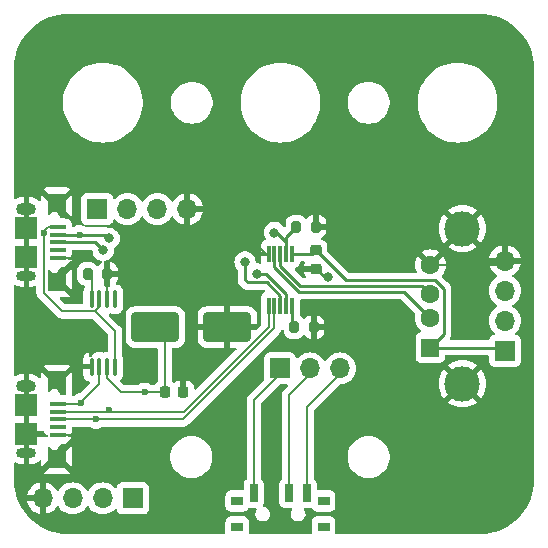
<source format=gbr>
%TF.GenerationSoftware,KiCad,Pcbnew,7.0.6*%
%TF.CreationDate,2023-09-17T17:39:24+01:00*%
%TF.ProjectId,working,776f726b-696e-4672-9e6b-696361645f70,rev?*%
%TF.SameCoordinates,Original*%
%TF.FileFunction,Copper,L1,Top*%
%TF.FilePolarity,Positive*%
%FSLAX46Y46*%
G04 Gerber Fmt 4.6, Leading zero omitted, Abs format (unit mm)*
G04 Created by KiCad (PCBNEW 7.0.6) date 2023-09-17 17:39:24*
%MOMM*%
%LPD*%
G01*
G04 APERTURE LIST*
G04 Aperture macros list*
%AMRoundRect*
0 Rectangle with rounded corners*
0 $1 Rounding radius*
0 $2 $3 $4 $5 $6 $7 $8 $9 X,Y pos of 4 corners*
0 Add a 4 corners polygon primitive as box body*
4,1,4,$2,$3,$4,$5,$6,$7,$8,$9,$2,$3,0*
0 Add four circle primitives for the rounded corners*
1,1,$1+$1,$2,$3*
1,1,$1+$1,$4,$5*
1,1,$1+$1,$6,$7*
1,1,$1+$1,$8,$9*
0 Add four rect primitives between the rounded corners*
20,1,$1+$1,$2,$3,$4,$5,0*
20,1,$1+$1,$4,$5,$6,$7,0*
20,1,$1+$1,$6,$7,$8,$9,0*
20,1,$1+$1,$8,$9,$2,$3,0*%
%AMFreePoly0*
4,1,9,1.050000,0.350000,0.550000,0.000000,0.550000,-0.400000,0.800000,-0.650000,0.800000,-0.800000,-1.050000,-0.800000,-1.050000,0.800000,1.050000,0.800000,1.050000,0.350000,1.050000,0.350000,$1*%
%AMFreePoly1*
4,1,9,1.050000,-0.800000,-0.800000,-0.800000,-0.800000,-0.650000,-0.550000,-0.400000,-0.550000,0.000000,-1.050000,0.350000,-1.050000,0.800000,1.050000,0.800000,1.050000,-0.800000,1.050000,-0.800000,$1*%
G04 Aperture macros list end*
%TA.AperFunction,SMDPad,CuDef*%
%ADD10RoundRect,0.100000X-0.100000X0.637500X-0.100000X-0.637500X0.100000X-0.637500X0.100000X0.637500X0*%
%TD*%
%TA.AperFunction,ComponentPad*%
%ADD11R,1.700000X1.700000*%
%TD*%
%TA.AperFunction,ComponentPad*%
%ADD12O,1.700000X1.700000*%
%TD*%
%TA.AperFunction,SMDPad,CuDef*%
%ADD13R,1.000000X0.800000*%
%TD*%
%TA.AperFunction,SMDPad,CuDef*%
%ADD14R,0.700000X1.500000*%
%TD*%
%TA.AperFunction,ComponentPad*%
%ADD15R,1.500000X1.600000*%
%TD*%
%TA.AperFunction,ComponentPad*%
%ADD16C,1.600000*%
%TD*%
%TA.AperFunction,ComponentPad*%
%ADD17C,3.000000*%
%TD*%
%TA.AperFunction,SMDPad,CuDef*%
%ADD18RoundRect,0.200000X-0.200000X-0.275000X0.200000X-0.275000X0.200000X0.275000X-0.200000X0.275000X0*%
%TD*%
%TA.AperFunction,SMDPad,CuDef*%
%ADD19RoundRect,0.225000X-0.250000X0.225000X-0.250000X-0.225000X0.250000X-0.225000X0.250000X0.225000X0*%
%TD*%
%TA.AperFunction,SMDPad,CuDef*%
%ADD20R,0.300000X1.400000*%
%TD*%
%TA.AperFunction,SMDPad,CuDef*%
%ADD21R,1.350000X0.400000*%
%TD*%
%TA.AperFunction,SMDPad,CuDef*%
%ADD22FreePoly0,270.000000*%
%TD*%
%TA.AperFunction,ComponentPad*%
%ADD23O,1.700000X1.000000*%
%TD*%
%TA.AperFunction,SMDPad,CuDef*%
%ADD24R,1.900000X1.900000*%
%TD*%
%TA.AperFunction,ComponentPad*%
%ADD25O,1.700000X0.850000*%
%TD*%
%TA.AperFunction,SMDPad,CuDef*%
%ADD26FreePoly1,270.000000*%
%TD*%
%TA.AperFunction,SMDPad,CuDef*%
%ADD27RoundRect,0.225000X-0.225000X-0.250000X0.225000X-0.250000X0.225000X0.250000X-0.225000X0.250000X0*%
%TD*%
%TA.AperFunction,SMDPad,CuDef*%
%ADD28RoundRect,0.250000X-1.750000X-1.000000X1.750000X-1.000000X1.750000X1.000000X-1.750000X1.000000X0*%
%TD*%
%TA.AperFunction,ViaPad*%
%ADD29C,0.600000*%
%TD*%
%TA.AperFunction,ViaPad*%
%ADD30C,0.800000*%
%TD*%
%TA.AperFunction,Conductor*%
%ADD31C,0.250000*%
%TD*%
%TA.AperFunction,Conductor*%
%ADD32C,0.200000*%
%TD*%
G04 APERTURE END LIST*
D10*
%TO.P,IC2,1,___stat*%
%TO.N,/status_zz*%
X-14025000Y-1637500D03*
%TO.P,IC2,2,___en*%
%TO.N,GND*%
X-14675000Y-1637500D03*
%TO.P,IC2,3,___vsns*%
%TO.N,/5v_in_1_zz*%
X-15325000Y-1637500D03*
%TO.P,IC2,4,___ilim*%
%TO.N,Net-(IC2-___ilim)*%
X-15975000Y-1637500D03*
%TO.P,IC2,5,___gnd*%
%TO.N,GND*%
X-15975000Y-7362500D03*
%TO.P,IC2,6,___in2*%
%TO.N,/5v_in_2_zz*%
X-15325000Y-7362500D03*
%TO.P,IC2,7,___out*%
%TO.N,+5V*%
X-14675000Y-7362500D03*
%TO.P,IC2,8,___in1*%
%TO.N,/5v_in_1_zz*%
X-14025000Y-7362500D03*
%TD*%
D11*
%TO.P,SW2,1,A*%
%TO.N,/select*%
X-40000Y-7500000D03*
D12*
%TO.P,SW2,2,B*%
%TO.N,+5V*%
X2500000Y-7500000D03*
%TO.P,SW2,3,C*%
%TO.N,/slide_switch_out_2*%
X5040000Y-7500000D03*
%TD*%
D11*
%TO.P,J4,1,Pin_1*%
%TO.N,/5v_in_2_zz*%
X-12500000Y-18500000D03*
D12*
%TO.P,J4,2,Pin_2*%
%TO.N,/usb_negative_secondary_1*%
X-15040000Y-18500000D03*
%TO.P,J4,3,Pin_3*%
%TO.N,/usb_positive_secondary_1*%
X-17580000Y-18500000D03*
%TO.P,J4,4,Pin_4*%
%TO.N,GND*%
X-20120000Y-18500000D03*
%TD*%
D11*
%TO.P,J3,1,Pin_1*%
%TO.N,/5v_in_1_zz*%
X-15500000Y6000000D03*
D12*
%TO.P,J3,2,Pin_2*%
%TO.N,/usb_negative_secondary_2*%
X-12960000Y6000000D03*
%TO.P,J3,3,Pin_3*%
%TO.N,/usb_positive_secondary_2*%
X-10420000Y6000000D03*
%TO.P,J3,4,Pin_4*%
%TO.N,GND*%
X-7880000Y6000000D03*
%TD*%
%TO.P,J1,4,Pin_4*%
%TO.N,GND*%
X19000000Y1620000D03*
%TO.P,J1,3,Pin_3*%
%TO.N,/usb_positive_main*%
X19000000Y-920000D03*
%TO.P,J1,2,Pin_2*%
%TO.N,/usb_negative_main*%
X19000000Y-3460000D03*
D11*
%TO.P,J1,1,Pin_1*%
%TO.N,+5V*%
X19000000Y-6000000D03*
%TD*%
D13*
%TO.P,SW1,*%
%TO.N,*%
X3650000Y-18720000D03*
X-3650000Y-20930000D03*
X3650000Y-20930000D03*
X-3650000Y-18720000D03*
D14*
%TO.P,SW1,1,A*%
%TO.N,/select*%
X-2250000Y-18070000D03*
%TO.P,SW1,2,B*%
%TO.N,+5V*%
X750000Y-18070000D03*
%TO.P,SW1,3,C*%
%TO.N,/slide_switch_out_2*%
X2250000Y-18070000D03*
%TD*%
D15*
%TO.P,CON3,1,VBUS*%
%TO.N,+5V*%
X12700000Y-5730000D03*
D16*
%TO.P,CON3,2,D-*%
%TO.N,/usb_negative_main*%
X12700000Y-3230000D03*
%TO.P,CON3,3,D+*%
%TO.N,/usb_positive_main*%
X12700000Y-1230000D03*
%TO.P,CON3,4,GND*%
%TO.N,GND*%
X12700000Y1270000D03*
D17*
%TO.P,CON3,5,Shield*%
X15410000Y-8800000D03*
X15410000Y4340000D03*
%TD*%
D18*
%TO.P,R3,1*%
%TO.N,Net-(IC2-___ilim)*%
X-16325000Y500000D03*
%TO.P,R3,2*%
%TO.N,GND*%
X-14675000Y500000D03*
%TD*%
D19*
%TO.P,C1,1*%
%TO.N,+5V*%
X3000000Y2500000D03*
%TO.P,C1,2*%
%TO.N,GND*%
X3000000Y950000D03*
%TD*%
D20*
%TO.P,IC1,1,___v_plus*%
%TO.N,+5V*%
X1000000Y2200000D03*
%TO.P,IC1,2,___s*%
%TO.N,/select*%
X500000Y2200000D03*
%TO.P,IC1,3,___d_plus*%
%TO.N,/usb_positive_main*%
X0Y2200000D03*
%TO.P,IC1,4,___d_minus*%
%TO.N,/usb_negative_main*%
X-500000Y2200000D03*
%TO.P,IC1,5,___gnd*%
%TO.N,GND*%
X-1000000Y2200000D03*
%TO.P,IC1,6,___hsd1_minus*%
%TO.N,/usb_negative_secondary_1*%
X-1000000Y-2200000D03*
%TO.P,IC1,7,___hsd1_plus*%
%TO.N,/usb_positive_secondary_1*%
X-500000Y-2200000D03*
%TO.P,IC1,8,___hsd2_minus*%
%TO.N,/usb_negative_secondary_2*%
X0Y-2200000D03*
%TO.P,IC1,9,___hsd2_plus*%
%TO.N,/usb_positive_secondary_2*%
X500000Y-2200000D03*
%TO.P,IC1,10,___oe*%
%TO.N,Net-(IC1-___oe)*%
X1000000Y-2200000D03*
%TD*%
D18*
%TO.P,R1,1*%
%TO.N,Net-(IC1-___oe)*%
X1175000Y-4000000D03*
%TO.P,R1,2*%
%TO.N,GND*%
X2825000Y-4000000D03*
%TD*%
%TO.P,R2,1*%
%TO.N,/select*%
X1350000Y4500000D03*
%TO.P,R2,2*%
%TO.N,GND*%
X3000000Y4500000D03*
%TD*%
D21*
%TO.P,CON1,1,VBUS*%
%TO.N,/5v_in_1_zz*%
X-18825000Y4475000D03*
%TO.P,CON1,2,D-*%
%TO.N,/usb_negative_secondary_2*%
X-18825000Y3825000D03*
%TO.P,CON1,3,D+*%
%TO.N,/usb_positive_secondary_2*%
X-18825000Y3175000D03*
%TO.P,CON1,4,ID*%
%TO.N,/usb_id_secondary_2*%
X-18825000Y2525000D03*
%TO.P,CON1,5,GND*%
%TO.N,GND*%
X-18825000Y1875000D03*
D22*
%TO.P,CON1,6,Shield*%
X-18950000Y6275000D03*
D23*
X-21500000Y6000000D03*
D24*
X-21500000Y4375000D03*
X-21500000Y1975000D03*
D25*
X-21500000Y350000D03*
D26*
X-18950000Y75000D03*
%TD*%
D21*
%TO.P,CON2,1,VBUS*%
%TO.N,/5v_in_2_zz*%
X-18825000Y-10525000D03*
%TO.P,CON2,2,D-*%
%TO.N,/usb_negative_secondary_1*%
X-18825000Y-11175000D03*
%TO.P,CON2,3,D+*%
%TO.N,/usb_positive_secondary_1*%
X-18825000Y-11825000D03*
%TO.P,CON2,4,ID*%
%TO.N,/usb_id_secondary_1*%
X-18825000Y-12475000D03*
%TO.P,CON2,5,GND*%
%TO.N,GND*%
X-18825000Y-13125000D03*
D22*
%TO.P,CON2,6,Shield*%
X-18950000Y-8725000D03*
D23*
X-21500000Y-9000000D03*
D24*
X-21500000Y-10625000D03*
X-21500000Y-13025000D03*
D25*
X-21500000Y-14650000D03*
D26*
X-18950000Y-14925000D03*
%TD*%
D27*
%TO.P,C2,1*%
%TO.N,+5V*%
X-9775000Y-9500000D03*
%TO.P,C2,2*%
%TO.N,GND*%
X-8225000Y-9500000D03*
%TD*%
D28*
%TO.P,C3,1*%
%TO.N,+5V*%
X-10600000Y-4000000D03*
%TO.P,C3,2*%
%TO.N,GND*%
X-4500000Y-4000000D03*
%TD*%
D29*
%TO.N,/5v_in_2_zz*%
X-16900000Y-10400000D03*
%TO.N,/usb_positive_secondary_1*%
X-15639500Y-11812277D03*
%TO.N,/usb_negative_secondary_1*%
X-14500000Y-11000000D03*
%TO.N,/usb_negative_secondary_2*%
X-17000000Y3825000D03*
%TO.N,/5v_in_1_zz*%
X-20000000Y4000000D03*
%TO.N,+5V*%
X-11500000Y-9500000D03*
D30*
%TO.N,GND*%
X4000000Y224500D03*
D29*
X-17000000Y2000000D03*
D30*
%TO.N,/usb_negative_secondary_2*%
X-14500000Y3500000D03*
X-3000000Y1500000D03*
%TO.N,/usb_positive_secondary_2*%
X-2000000Y500000D03*
X-15000000Y2500000D03*
%TO.N,/select*%
X-500000Y4000000D03*
%TD*%
D31*
%TO.N,/usb_negative_secondary_2*%
X-17000000Y3825000D02*
X-14825000Y3825000D01*
X-18825000Y3825000D02*
X-17000000Y3825000D01*
%TO.N,+5V*%
X18730000Y-5730000D02*
X19000000Y-6000000D01*
X12700000Y-5730000D02*
X18730000Y-5730000D01*
D32*
%TO.N,GND*%
X18650000Y1270000D02*
X19000000Y1620000D01*
X12700000Y1270000D02*
X18650000Y1270000D01*
%TO.N,+5V*%
X750000Y-18570000D02*
X750000Y-9750000D01*
D31*
X1000000Y2200000D02*
X2700000Y2200000D01*
D32*
X750000Y-9750000D02*
X3000000Y-7500000D01*
X-9775000Y-9500000D02*
X-9775000Y-4825000D01*
X-14675000Y-7362500D02*
X-14675000Y-8325000D01*
X-13500000Y-9500000D02*
X-9775000Y-9500000D01*
D31*
X13825000Y-764009D02*
X13825000Y-4605000D01*
D32*
X-14675000Y-8325000D02*
X-13500000Y-9500000D01*
D31*
X5550000Y-50000D02*
X13110991Y-50000D01*
X3000000Y2500000D02*
X5550000Y-50000D01*
X2700000Y2200000D02*
X3000000Y2500000D01*
X13110991Y-50000D02*
X13825000Y-764009D01*
X13825000Y-4605000D02*
X12700000Y-5730000D01*
D32*
X-9775000Y-4825000D02*
X-10600000Y-4000000D01*
D31*
%TO.N,GND*%
X3050000Y950000D02*
X4000000Y0D01*
D32*
X-18925000Y75000D02*
X-17000000Y2000000D01*
D31*
X3000000Y950000D02*
X3050000Y950000D01*
X4000000Y0D02*
X4000000Y224500D01*
D32*
X-14675000Y-1637500D02*
X-14675000Y500000D01*
X-1200000Y2200000D02*
X-2000000Y3000000D01*
X-18950000Y75000D02*
X-18925000Y75000D01*
X-17875000Y-13125000D02*
X-17500000Y-13500000D01*
X-17125000Y1875000D02*
X-17000000Y2000000D01*
X-18825000Y-13125000D02*
X-17875000Y-13125000D01*
X-18825000Y1875000D02*
X-17125000Y1875000D01*
D31*
%TO.N,/usb_negative_main*%
X-500000Y1063604D02*
X-500000Y2200000D01*
X1563604Y-1000000D02*
X-500000Y1063604D01*
X10500000Y-1000000D02*
X1563604Y-1000000D01*
X10500000Y-1030000D02*
X10500000Y-1000000D01*
X12700000Y-3230000D02*
X10500000Y-1030000D01*
%TO.N,/usb_positive_main*%
X0Y1200000D02*
X0Y2200000D01*
X12000000Y-500000D02*
X1700000Y-500000D01*
X12700000Y-1230000D02*
X12000000Y-530000D01*
X1700000Y-500000D02*
X0Y1200000D01*
X12000000Y-530000D02*
X12000000Y-500000D01*
%TO.N,/usb_negative_secondary_2*%
X0Y-2200000D02*
X0Y-1336396D01*
X-2775000Y-225000D02*
X-3000000Y0D01*
X0Y-1336396D02*
X-1168198Y-168198D01*
X-1225000Y-225000D02*
X-2775000Y-225000D01*
X-1168198Y-168198D02*
X-1225000Y-225000D01*
X-14825000Y3825000D02*
X-14500000Y3500000D01*
X-3000000Y0D02*
X-3000000Y1500000D01*
%TO.N,/usb_positive_secondary_2*%
X-15675000Y3175000D02*
X-15000000Y2500000D01*
X500000Y-2200000D02*
X500000Y-1200000D01*
X-18825000Y3175000D02*
X-15675000Y3175000D01*
X-1200000Y500000D02*
X-2000000Y500000D01*
X500000Y-1200000D02*
X-1200000Y500000D01*
D32*
%TO.N,/usb_positive_secondary_1*%
X-500000Y-2200000D02*
X-500000Y-4093502D01*
X-8231498Y-11825000D02*
X-18825000Y-11825000D01*
X-500000Y-4093502D02*
X-8231498Y-11825000D01*
%TO.N,/usb_negative_secondary_1*%
X-1000000Y-2200000D02*
X-1000000Y-4027817D01*
X-8147183Y-11175000D02*
X-18825000Y-11175000D01*
X-1000000Y-4027817D02*
X-8147183Y-11175000D01*
%TO.N,/select*%
X-2250000Y-18570000D02*
X-2250000Y-10210000D01*
D31*
X-300000Y4000000D02*
X-500000Y4000000D01*
D32*
X-2250000Y-10210000D02*
X460000Y-7500000D01*
D31*
X500000Y3200000D02*
X-300000Y4000000D01*
X500000Y2200000D02*
X500000Y3650000D01*
X500000Y2200000D02*
X500000Y3200000D01*
X500000Y3650000D02*
X1350000Y4500000D01*
%TO.N,Net-(IC1-___oe)*%
X1000000Y-2200000D02*
X1000000Y-3825000D01*
X1000000Y-3825000D02*
X1175000Y-4000000D01*
D32*
%TO.N,/slide_switch_out_2*%
X2250000Y-10790000D02*
X5540000Y-7500000D01*
X2250000Y-18570000D02*
X2250000Y-10790000D01*
%TO.N,/5v_in_1_zz*%
X-20050000Y4125000D02*
X-20050000Y-1099264D01*
X-15325000Y-2325000D02*
X-15325000Y-1637500D01*
X-18474264Y-2675000D02*
X-15675000Y-2675000D01*
X-18825000Y4475000D02*
X-19700000Y4475000D01*
X-20050000Y-1099264D02*
X-18474264Y-2675000D01*
X-14025000Y-4325000D02*
X-15675000Y-2675000D01*
X-14025000Y-7362500D02*
X-14025000Y-4325000D01*
X-15675000Y-2675000D02*
X-15325000Y-2325000D01*
X-19700000Y4475000D02*
X-20050000Y4125000D01*
%TO.N,/5v_in_2_zz*%
X-15325000Y-7362500D02*
X-15325000Y-8825000D01*
X-15325000Y-8825000D02*
X-17025000Y-10525000D01*
X-17025000Y-10525000D02*
X-18825000Y-10525000D01*
%TO.N,Net-(IC2-___ilim)*%
X-15975000Y-1637500D02*
X-15975000Y150000D01*
X-15975000Y150000D02*
X-16325000Y500000D01*
%TD*%
%TA.AperFunction,Conductor*%
%TO.N,GND*%
G36*
X17354467Y22482472D02*
G01*
X17358770Y22482095D01*
X17743657Y22431424D01*
X17747912Y22430674D01*
X18126906Y22346653D01*
X18131080Y22345535D01*
X18501324Y22228797D01*
X18505384Y22227320D01*
X18864042Y22078759D01*
X18867958Y22076934D01*
X19212294Y21897684D01*
X19216036Y21895523D01*
X19543457Y21686933D01*
X19546996Y21684455D01*
X19854972Y21448136D01*
X19858282Y21445359D01*
X20144507Y21183082D01*
X20147562Y21180027D01*
X20409822Y20893822D01*
X20412599Y20890512D01*
X20648923Y20582529D01*
X20651401Y20578990D01*
X20859991Y20251569D01*
X20862152Y20247827D01*
X21041402Y19903491D01*
X21043227Y19899575D01*
X21191789Y19540917D01*
X21193266Y19536857D01*
X21310004Y19166614D01*
X21311122Y19162440D01*
X21395143Y18783445D01*
X21395893Y18779190D01*
X21446565Y18394304D01*
X21446942Y18390000D01*
X21463966Y18000091D01*
X21463966Y-17000000D01*
X21446938Y-17390000D01*
X21446561Y-17394304D01*
X21395889Y-17779190D01*
X21395139Y-17783445D01*
X21311118Y-18162439D01*
X21310000Y-18166613D01*
X21193262Y-18536856D01*
X21191785Y-18540916D01*
X21043224Y-18899573D01*
X21041398Y-18903489D01*
X20862148Y-19247825D01*
X20859987Y-19251567D01*
X20651398Y-19578987D01*
X20648920Y-19582527D01*
X20412601Y-19890504D01*
X20409824Y-19893814D01*
X20147548Y-20180036D01*
X20144493Y-20183091D01*
X20127190Y-20198946D01*
X19858283Y-20445354D01*
X19854977Y-20448128D01*
X19546994Y-20684452D01*
X19543454Y-20686930D01*
X19216034Y-20895519D01*
X19212292Y-20897680D01*
X18867956Y-21076930D01*
X18864040Y-21078755D01*
X18505383Y-21227316D01*
X18501323Y-21228793D01*
X18131079Y-21345531D01*
X18126905Y-21346649D01*
X17747911Y-21430670D01*
X17743656Y-21431420D01*
X17358770Y-21482091D01*
X17354467Y-21482468D01*
X16964374Y-21499500D01*
X4747638Y-21499500D01*
X4689447Y-21480593D01*
X4653483Y-21431093D01*
X4649205Y-21389919D01*
X4649342Y-21388636D01*
X4650500Y-21377873D01*
X4650499Y-20482128D01*
X4644091Y-20422517D01*
X4641734Y-20416197D01*
X4593797Y-20287670D01*
X4507549Y-20172458D01*
X4507548Y-20172457D01*
X4507546Y-20172454D01*
X4501360Y-20167823D01*
X4392329Y-20086202D01*
X4257488Y-20035910D01*
X4257483Y-20035909D01*
X4257481Y-20035908D01*
X4257477Y-20035908D01*
X4226249Y-20032550D01*
X4197873Y-20029500D01*
X4197870Y-20029500D01*
X3102133Y-20029500D01*
X3102129Y-20029500D01*
X3102128Y-20029501D01*
X3094949Y-20030272D01*
X3042519Y-20035908D01*
X3042514Y-20035909D01*
X2907670Y-20086202D01*
X2792458Y-20172450D01*
X2792450Y-20172458D01*
X2706202Y-20287670D01*
X2655910Y-20422511D01*
X2655908Y-20422522D01*
X2649500Y-20482129D01*
X2649500Y-21377866D01*
X2649501Y-21377875D01*
X2650796Y-21389921D01*
X2638215Y-21449799D01*
X2592841Y-21490847D01*
X2552363Y-21499500D01*
X-2552362Y-21499500D01*
X-2610553Y-21480593D01*
X-2646517Y-21431093D01*
X-2650795Y-21389919D01*
X-2649500Y-21377872D01*
X-2649500Y-20482133D01*
X-2649501Y-20482129D01*
X-2655908Y-20422519D01*
X-2655909Y-20422514D01*
X-2706202Y-20287670D01*
X-2792450Y-20172458D01*
X-2792458Y-20172450D01*
X-2907670Y-20086202D01*
X-3042511Y-20035910D01*
X-3042522Y-20035908D01*
X-3083209Y-20031533D01*
X-3102127Y-20029500D01*
X-3102128Y-20029500D01*
X-3102129Y-20029500D01*
X-4197866Y-20029500D01*
X-4197869Y-20029500D01*
X-4197872Y-20029501D01*
X-4212229Y-20031044D01*
X-4257480Y-20035908D01*
X-4257485Y-20035909D01*
X-4392329Y-20086202D01*
X-4501360Y-20167823D01*
X-4507546Y-20172454D01*
X-4507548Y-20172457D01*
X-4507549Y-20172458D01*
X-4593797Y-20287670D01*
X-4641734Y-20416197D01*
X-4644091Y-20422517D01*
X-4650500Y-20482127D01*
X-4650499Y-21377872D01*
X-4649532Y-21386861D01*
X-4649204Y-21389921D01*
X-4661785Y-21449799D01*
X-4707159Y-21490847D01*
X-4747637Y-21499500D01*
X-18035534Y-21499500D01*
X-18425534Y-21482472D01*
X-18429838Y-21482095D01*
X-18814724Y-21431423D01*
X-18818979Y-21430673D01*
X-19197973Y-21346652D01*
X-19202147Y-21345534D01*
X-19572391Y-21228796D01*
X-19576451Y-21227319D01*
X-19935108Y-21078758D01*
X-19939024Y-21076932D01*
X-20283360Y-20897682D01*
X-20287102Y-20895521D01*
X-20614522Y-20686932D01*
X-20618062Y-20684454D01*
X-20926045Y-20448130D01*
X-20929355Y-20445353D01*
X-20934473Y-20440663D01*
X-21215571Y-20183083D01*
X-21218622Y-20180033D01*
X-21225571Y-20172450D01*
X-21480893Y-19893814D01*
X-21483664Y-19890511D01*
X-21719988Y-19582528D01*
X-21722466Y-19578988D01*
X-21931055Y-19251568D01*
X-21933216Y-19247826D01*
X-22112466Y-18903490D01*
X-22114292Y-18899574D01*
X-22176248Y-18750000D01*
X-21450636Y-18750000D01*
X-21393430Y-18963489D01*
X-21293600Y-19177577D01*
X-21158113Y-19371073D01*
X-20991073Y-19538113D01*
X-20797577Y-19673600D01*
X-20583490Y-19773430D01*
X-20370000Y-19830633D01*
X-20370000Y-18935501D01*
X-20262315Y-18984680D01*
X-20155763Y-19000000D01*
X-20084237Y-19000000D01*
X-19977685Y-18984680D01*
X-19870000Y-18935501D01*
X-19870000Y-19830634D01*
X-19656509Y-19773430D01*
X-19442422Y-19673600D01*
X-19248926Y-19538113D01*
X-19081886Y-19371073D01*
X-18946399Y-19177577D01*
X-18940001Y-19163856D01*
X-18898273Y-19119108D01*
X-18838212Y-19107433D01*
X-18782759Y-19133291D01*
X-18760551Y-19163857D01*
X-18758679Y-19167872D01*
X-18754035Y-19177830D01*
X-18618495Y-19371401D01*
X-18451401Y-19538495D01*
X-18257830Y-19674035D01*
X-18043663Y-19773903D01*
X-17815408Y-19835063D01*
X-17815401Y-19835063D01*
X-17815400Y-19835064D01*
X-17580004Y-19855659D01*
X-17580000Y-19855659D01*
X-17579996Y-19855659D01*
X-17344599Y-19835064D01*
X-17344596Y-19835063D01*
X-17344592Y-19835063D01*
X-17116337Y-19773903D01*
X-16902170Y-19674035D01*
X-16744734Y-19563797D01*
X-16708603Y-19538498D01*
X-16708602Y-19538497D01*
X-16708599Y-19538495D01*
X-16541505Y-19371401D01*
X-16537536Y-19365734D01*
X-16440734Y-19227485D01*
X-16405965Y-19177830D01*
X-16399724Y-19164447D01*
X-16357997Y-19119700D01*
X-16297936Y-19108025D01*
X-16242483Y-19133883D01*
X-16220275Y-19164447D01*
X-16214035Y-19177830D01*
X-16078495Y-19371401D01*
X-15911401Y-19538495D01*
X-15717830Y-19674035D01*
X-15503663Y-19773903D01*
X-15275408Y-19835063D01*
X-15275401Y-19835063D01*
X-15275400Y-19835064D01*
X-15040004Y-19855659D01*
X-15040000Y-19855659D01*
X-15039996Y-19855659D01*
X-14804599Y-19835064D01*
X-14804596Y-19835063D01*
X-14804592Y-19835063D01*
X-14576337Y-19773903D01*
X-14362170Y-19674035D01*
X-14204734Y-19563797D01*
X-14168603Y-19538498D01*
X-14168602Y-19538497D01*
X-14168599Y-19538495D01*
X-14014042Y-19383938D01*
X-13959528Y-19356163D01*
X-13899096Y-19365734D01*
X-13855831Y-19408999D01*
X-13845608Y-19443364D01*
X-13844091Y-19457483D01*
X-13844090Y-19457485D01*
X-13804439Y-19563797D01*
X-13793796Y-19592331D01*
X-13707546Y-19707546D01*
X-13592331Y-19793796D01*
X-13592329Y-19793796D01*
X-13592329Y-19793797D01*
X-13527356Y-19818030D01*
X-13457483Y-19844091D01*
X-13397873Y-19850500D01*
X-11602128Y-19850499D01*
X-11542517Y-19844091D01*
X-11542514Y-19844090D01*
X-11407670Y-19793797D01*
X-11292458Y-19707549D01*
X-11292457Y-19707548D01*
X-11292454Y-19707546D01*
X-11292450Y-19707541D01*
X-11206202Y-19592329D01*
X-11155910Y-19457488D01*
X-11155908Y-19457477D01*
X-11149500Y-19397870D01*
X-11149500Y-18272127D01*
X-4650500Y-18272127D01*
X-4650499Y-19167872D01*
X-4644091Y-19227483D01*
X-4635786Y-19249749D01*
X-4596011Y-19356394D01*
X-4593796Y-19362331D01*
X-4507546Y-19477546D01*
X-4392331Y-19563796D01*
X-4392329Y-19563796D01*
X-4392329Y-19563797D01*
X-4351602Y-19578987D01*
X-4257483Y-19614091D01*
X-4197873Y-19620500D01*
X-3102128Y-19620499D01*
X-3042517Y-19614091D01*
X-3042514Y-19614090D01*
X-2907670Y-19563797D01*
X-2792458Y-19477549D01*
X-2792457Y-19477548D01*
X-2792454Y-19477546D01*
X-2777438Y-19457488D01*
X-2732809Y-19397870D01*
X-2706204Y-19362331D01*
X-2706203Y-19362329D01*
X-2704587Y-19360170D01*
X-2654579Y-19324917D01*
X-2625340Y-19320499D01*
X-2100684Y-19320499D01*
X-2042494Y-19339406D01*
X-2006530Y-19388906D01*
X-2006530Y-19450092D01*
X-2024403Y-19482602D01*
X-2032324Y-19492177D01*
X-2089693Y-19614091D01*
X-2099614Y-19635174D01*
X-2129227Y-19790408D01*
X-2129226Y-19790411D01*
X-2129227Y-19790412D01*
X-2119304Y-19948138D01*
X-2070467Y-20098441D01*
X-1985786Y-20231877D01*
X-1870582Y-20340062D01*
X-1732092Y-20416197D01*
X-1579019Y-20455500D01*
X-1579018Y-20455500D01*
X-1460649Y-20455500D01*
X-1343213Y-20440665D01*
X-1343210Y-20440664D01*
X-1343208Y-20440664D01*
X-1196268Y-20382486D01*
X-1068412Y-20289594D01*
X-967676Y-20167823D01*
X-900385Y-20024825D01*
X-870773Y-19869593D01*
X-870772Y-19869588D01*
X-880695Y-19711865D01*
X-929533Y-19561556D01*
X-1014213Y-19428123D01*
X-1129419Y-19319937D01*
X-1267909Y-19243802D01*
X-1396701Y-19210734D01*
X-1448361Y-19177949D01*
X-1470885Y-19121060D01*
X-1458972Y-19067401D01*
X-1456202Y-19062328D01*
X-1405910Y-18927488D01*
X-1405908Y-18927477D01*
X-1399500Y-18867870D01*
X-1399500Y-17272133D01*
X-1399501Y-17272129D01*
X-1405908Y-17212519D01*
X-1405909Y-17212514D01*
X-1456202Y-17077670D01*
X-1542450Y-16962458D01*
X-1542455Y-16962453D01*
X-1609830Y-16912016D01*
X-1645082Y-16862007D01*
X-1649500Y-16832763D01*
X-1649500Y-10499743D01*
X-1630593Y-10441552D01*
X-1620504Y-10429739D01*
X-70260Y-8879495D01*
X-15743Y-8851718D01*
X-256Y-8850499D01*
X561257Y-8850499D01*
X619448Y-8869406D01*
X655412Y-8918906D01*
X655412Y-8980092D01*
X631260Y-9019503D01*
X355510Y-9295253D01*
X350638Y-9299525D01*
X321719Y-9321717D01*
X321714Y-9321722D01*
X297550Y-9353215D01*
X225462Y-9447161D01*
X164957Y-9593233D01*
X164955Y-9593241D01*
X144318Y-9749999D01*
X144318Y-9750000D01*
X149076Y-9786140D01*
X149500Y-9792608D01*
X149500Y-16832763D01*
X130593Y-16890954D01*
X109830Y-16912016D01*
X42455Y-16962453D01*
X42450Y-16962458D01*
X-43797Y-17077670D01*
X-94089Y-17212511D01*
X-94091Y-17212517D01*
X-100500Y-17272127D01*
X-100499Y-18867872D01*
X-94091Y-18927483D01*
X-43796Y-19062331D01*
X-1Y-19120834D01*
X35210Y-19167870D01*
X42454Y-19177546D01*
X42457Y-19177548D01*
X42458Y-19177549D01*
X157670Y-19263797D01*
X292511Y-19314089D01*
X292512Y-19314089D01*
X292517Y-19314091D01*
X352127Y-19320500D01*
X899314Y-19320499D01*
X957505Y-19339406D01*
X993469Y-19388906D01*
X993469Y-19450092D01*
X975596Y-19482602D01*
X967677Y-19492173D01*
X900385Y-19635174D01*
X870772Y-19790408D01*
X880695Y-19948134D01*
X929533Y-20098443D01*
X993315Y-20198946D01*
X1014214Y-20231877D01*
X1129418Y-20340062D01*
X1267908Y-20416197D01*
X1420981Y-20455500D01*
X1420982Y-20455500D01*
X1539351Y-20455500D01*
X1656786Y-20440665D01*
X1656787Y-20440664D01*
X1656792Y-20440664D01*
X1803732Y-20382486D01*
X1931587Y-20289594D01*
X2032324Y-20167823D01*
X2099614Y-20024826D01*
X2129227Y-19869588D01*
X2119304Y-19711862D01*
X2070467Y-19561559D01*
X2070466Y-19561558D01*
X2070466Y-19561556D01*
X2013978Y-19472546D01*
X1998761Y-19413283D01*
X2021285Y-19356394D01*
X2072946Y-19323609D01*
X2097566Y-19320499D01*
X2625332Y-19320499D01*
X2683523Y-19339406D01*
X2704585Y-19360170D01*
X2788711Y-19472546D01*
X2792454Y-19477546D01*
X2792457Y-19477548D01*
X2792458Y-19477549D01*
X2907670Y-19563797D01*
X3042511Y-19614089D01*
X3042512Y-19614089D01*
X3042517Y-19614091D01*
X3102127Y-19620500D01*
X4197872Y-19620499D01*
X4257483Y-19614091D01*
X4351602Y-19578987D01*
X4392329Y-19563797D01*
X4392329Y-19563796D01*
X4392331Y-19563796D01*
X4507546Y-19477546D01*
X4593796Y-19362331D01*
X4596011Y-19356394D01*
X4635786Y-19249749D01*
X4644091Y-19227483D01*
X4650500Y-19167873D01*
X4650499Y-18272128D01*
X4644091Y-18212517D01*
X4613222Y-18129752D01*
X4593797Y-18077670D01*
X4507549Y-17962458D01*
X4507548Y-17962457D01*
X4507546Y-17962454D01*
X4507541Y-17962450D01*
X4392329Y-17876202D01*
X4257488Y-17825910D01*
X4257483Y-17825909D01*
X4257481Y-17825908D01*
X4257477Y-17825908D01*
X4225069Y-17822424D01*
X4197873Y-17819500D01*
X4197870Y-17819500D01*
X3199499Y-17819500D01*
X3141308Y-17800593D01*
X3105344Y-17751093D01*
X3100499Y-17720500D01*
X3100499Y-17272133D01*
X3100499Y-17272128D01*
X3094091Y-17212517D01*
X3094089Y-17212511D01*
X3043797Y-17077670D01*
X2957549Y-16962458D01*
X2957548Y-16962457D01*
X2957546Y-16962454D01*
X2890170Y-16912016D01*
X2854918Y-16862007D01*
X2850500Y-16832763D01*
X2850500Y-15133058D01*
X5688966Y-15133058D01*
X5728626Y-15396189D01*
X5728628Y-15396198D01*
X5783781Y-15574999D01*
X5807065Y-15650482D01*
X5922526Y-15890239D01*
X6072431Y-16110110D01*
X6072434Y-16110113D01*
X6072436Y-16110116D01*
X6253430Y-16305181D01*
X6461484Y-16471100D01*
X6691932Y-16604149D01*
X6691936Y-16604151D01*
X6691945Y-16604156D01*
X6786998Y-16641461D01*
X6939657Y-16701376D01*
X6939660Y-16701376D01*
X6939661Y-16701377D01*
X7199099Y-16760593D01*
X7278669Y-16766555D01*
X7398018Y-16775500D01*
X7398024Y-16775500D01*
X7530914Y-16775500D01*
X7639412Y-16767368D01*
X7729833Y-16760593D01*
X7989271Y-16701377D01*
X8236987Y-16604156D01*
X8467446Y-16471101D01*
X8675499Y-16305183D01*
X8856501Y-16110110D01*
X9006406Y-15890240D01*
X9121867Y-15650482D01*
X9200305Y-15396194D01*
X9239966Y-15133055D01*
X9239966Y-14866945D01*
X9200305Y-14603806D01*
X9121867Y-14349518D01*
X9006406Y-14109761D01*
X8856501Y-13889890D01*
X8856495Y-13889883D01*
X8675501Y-13694818D01*
X8467447Y-13528899D01*
X8236999Y-13395850D01*
X8236990Y-13395845D01*
X8236987Y-13395844D01*
X8236983Y-13395842D01*
X8236980Y-13395841D01*
X7989274Y-13298623D01*
X7729834Y-13239407D01*
X7729828Y-13239406D01*
X7530914Y-13224500D01*
X7530908Y-13224500D01*
X7398024Y-13224500D01*
X7398018Y-13224500D01*
X7199103Y-13239406D01*
X7199097Y-13239407D01*
X6939657Y-13298623D01*
X6691951Y-13395841D01*
X6691932Y-13395850D01*
X6461484Y-13528899D01*
X6253430Y-13694818D01*
X6072436Y-13889883D01*
X6072431Y-13889889D01*
X6072431Y-13889890D01*
X5922526Y-14109760D01*
X5922526Y-14109761D01*
X5922522Y-14109767D01*
X5807065Y-14349517D01*
X5728628Y-14603801D01*
X5728626Y-14603810D01*
X5688966Y-14866941D01*
X5688966Y-15133058D01*
X2850500Y-15133058D01*
X2850500Y-11079742D01*
X2869407Y-11021551D01*
X2879490Y-11009744D01*
X5007482Y-8881751D01*
X5061997Y-8853976D01*
X5068845Y-8853135D01*
X5182859Y-8843160D01*
X5275400Y-8835064D01*
X5275401Y-8835063D01*
X5275408Y-8835063D01*
X5406270Y-8799999D01*
X13404891Y-8799999D01*
X13425299Y-9085351D01*
X13486113Y-9364908D01*
X13586089Y-9632953D01*
X13586093Y-9632961D01*
X13723188Y-9884033D01*
X13829883Y-10026560D01*
X14439437Y-9417005D01*
X14488348Y-9495999D01*
X14631931Y-9653501D01*
X14790389Y-9773163D01*
X14183437Y-10380116D01*
X14325960Y-10486807D01*
X14325963Y-10486809D01*
X14577038Y-10623906D01*
X14577046Y-10623910D01*
X14845091Y-10723886D01*
X15124648Y-10784700D01*
X15410000Y-10805108D01*
X15695351Y-10784700D01*
X15974908Y-10723886D01*
X16242953Y-10623910D01*
X16242961Y-10623906D01*
X16494036Y-10486809D01*
X16494039Y-10486807D01*
X16636561Y-10380116D01*
X16029609Y-9773164D01*
X16188069Y-9653501D01*
X16331652Y-9495999D01*
X16380561Y-9417006D01*
X16990116Y-10026561D01*
X17096807Y-9884039D01*
X17096809Y-9884036D01*
X17233906Y-9632961D01*
X17233910Y-9632953D01*
X17333886Y-9364908D01*
X17394700Y-9085351D01*
X17415108Y-8800000D01*
X17394700Y-8514648D01*
X17333886Y-8235091D01*
X17233910Y-7967046D01*
X17233906Y-7967038D01*
X17096809Y-7715963D01*
X17096807Y-7715960D01*
X16990116Y-7573437D01*
X16380560Y-8182992D01*
X16331652Y-8104001D01*
X16188069Y-7946499D01*
X16029608Y-7826834D01*
X16636560Y-7219883D01*
X16494033Y-7113188D01*
X16242961Y-6976093D01*
X16242953Y-6976089D01*
X15974908Y-6876113D01*
X15695351Y-6815299D01*
X15410000Y-6794891D01*
X15124648Y-6815299D01*
X14845091Y-6876113D01*
X14577046Y-6976089D01*
X14577038Y-6976093D01*
X14325960Y-7113191D01*
X14325953Y-7113196D01*
X14183437Y-7219882D01*
X14790390Y-7826835D01*
X14631931Y-7946499D01*
X14488348Y-8104001D01*
X14439438Y-8182993D01*
X13829882Y-7573437D01*
X13723196Y-7715953D01*
X13723191Y-7715960D01*
X13586093Y-7967038D01*
X13586089Y-7967046D01*
X13486113Y-8235091D01*
X13425299Y-8514648D01*
X13404891Y-8799999D01*
X5406270Y-8799999D01*
X5503663Y-8773903D01*
X5717830Y-8674035D01*
X5911401Y-8538495D01*
X6078495Y-8371401D01*
X6214035Y-8177830D01*
X6313903Y-7963663D01*
X6375063Y-7735408D01*
X6376143Y-7723063D01*
X6395659Y-7500004D01*
X6395659Y-7499995D01*
X6375064Y-7264599D01*
X6375063Y-7264596D01*
X6375063Y-7264592D01*
X6313903Y-7036337D01*
X6311181Y-7030499D01*
X6214040Y-6822181D01*
X6214036Y-6822173D01*
X6078498Y-6628603D01*
X6078497Y-6628602D01*
X6078495Y-6628599D01*
X5911401Y-6461505D01*
X5911397Y-6461502D01*
X5911396Y-6461501D01*
X5787012Y-6374407D01*
X5717830Y-6325965D01*
X5503663Y-6226097D01*
X5275408Y-6164937D01*
X5275407Y-6164936D01*
X5275400Y-6164935D01*
X5040004Y-6144341D01*
X5039996Y-6144341D01*
X4804599Y-6164935D01*
X4576332Y-6226098D01*
X4362181Y-6325959D01*
X4362173Y-6325963D01*
X4168603Y-6461501D01*
X4001501Y-6628603D01*
X3865963Y-6822173D01*
X3859724Y-6835554D01*
X3817995Y-6880301D01*
X3757933Y-6891975D01*
X3702481Y-6866116D01*
X3680276Y-6835554D01*
X3674036Y-6822173D01*
X3538498Y-6628603D01*
X3538497Y-6628602D01*
X3538495Y-6628599D01*
X3371401Y-6461505D01*
X3371397Y-6461502D01*
X3371396Y-6461501D01*
X3247012Y-6374407D01*
X3177830Y-6325965D01*
X2963663Y-6226097D01*
X2735408Y-6164937D01*
X2735407Y-6164936D01*
X2735400Y-6164935D01*
X2500004Y-6144341D01*
X2499996Y-6144341D01*
X2264599Y-6164935D01*
X2036332Y-6226098D01*
X1822181Y-6325959D01*
X1822173Y-6325963D01*
X1628602Y-6461502D01*
X1628598Y-6461505D01*
X1474044Y-6616059D01*
X1419528Y-6643836D01*
X1359096Y-6634265D01*
X1315831Y-6591000D01*
X1305608Y-6556633D01*
X1304255Y-6544050D01*
X1304091Y-6542517D01*
X1285205Y-6491881D01*
X1253797Y-6407670D01*
X1167549Y-6292458D01*
X1167548Y-6292457D01*
X1167546Y-6292454D01*
X1105517Y-6246019D01*
X1052329Y-6206202D01*
X917488Y-6155910D01*
X917483Y-6155909D01*
X917481Y-6155908D01*
X917477Y-6155908D01*
X886036Y-6152528D01*
X857873Y-6149500D01*
X857870Y-6149500D01*
X-937866Y-6149500D01*
X-937869Y-6149500D01*
X-937872Y-6149501D01*
X-952229Y-6151044D01*
X-997480Y-6155908D01*
X-997485Y-6155909D01*
X-1132329Y-6206202D01*
X-1185517Y-6246019D01*
X-1247546Y-6292454D01*
X-1247548Y-6292457D01*
X-1247549Y-6292458D01*
X-1333797Y-6407670D01*
X-1365205Y-6491881D01*
X-1384091Y-6542517D01*
X-1390500Y-6602127D01*
X-1390499Y-8397872D01*
X-1385525Y-8444136D01*
X-1398104Y-8504011D01*
X-1413954Y-8524719D01*
X-2644491Y-9755255D01*
X-2649365Y-9759529D01*
X-2678276Y-9781713D01*
X-2678277Y-9781714D01*
X-2678282Y-9781718D01*
X-2678285Y-9781722D01*
X-2678286Y-9781723D01*
X-2738900Y-9860717D01*
X-2774537Y-9907160D01*
X-2774537Y-9907161D01*
X-2786177Y-9935262D01*
X-2835044Y-10053238D01*
X-2845126Y-10129818D01*
X-2855682Y-10209999D01*
X-2855682Y-10210000D01*
X-2850924Y-10246140D01*
X-2850500Y-10252608D01*
X-2850500Y-16832763D01*
X-2869407Y-16890954D01*
X-2890170Y-16912016D01*
X-2957546Y-16962454D01*
X-2957548Y-16962457D01*
X-2957549Y-16962458D01*
X-3043797Y-17077670D01*
X-3094089Y-17212511D01*
X-3094091Y-17212517D01*
X-3100500Y-17272127D01*
X-3100499Y-17556637D01*
X-3100499Y-17720500D01*
X-3119406Y-17778691D01*
X-3168906Y-17814655D01*
X-3199499Y-17819500D01*
X-4197866Y-17819500D01*
X-4197869Y-17819500D01*
X-4197872Y-17819501D01*
X-4212229Y-17821044D01*
X-4257480Y-17825908D01*
X-4257485Y-17825909D01*
X-4392329Y-17876202D01*
X-4507541Y-17962450D01*
X-4507546Y-17962454D01*
X-4507548Y-17962457D01*
X-4507549Y-17962458D01*
X-4593797Y-18077670D01*
X-4626203Y-18164556D01*
X-4644091Y-18212517D01*
X-4650500Y-18272127D01*
X-11149500Y-18272127D01*
X-11149500Y-17602133D01*
X-11149501Y-17602129D01*
X-11155908Y-17542519D01*
X-11155909Y-17542514D01*
X-11206202Y-17407670D01*
X-11292450Y-17292458D01*
X-11292458Y-17292450D01*
X-11407670Y-17206202D01*
X-11542511Y-17155910D01*
X-11542522Y-17155908D01*
X-11583209Y-17151533D01*
X-11602127Y-17149500D01*
X-11602128Y-17149500D01*
X-11602129Y-17149500D01*
X-13397866Y-17149500D01*
X-13397869Y-17149500D01*
X-13397872Y-17149501D01*
X-13412229Y-17151044D01*
X-13457480Y-17155908D01*
X-13457485Y-17155909D01*
X-13592329Y-17206202D01*
X-13680401Y-17272133D01*
X-13707546Y-17292454D01*
X-13707548Y-17292457D01*
X-13707549Y-17292458D01*
X-13793797Y-17407670D01*
X-13813876Y-17461505D01*
X-13844091Y-17542517D01*
X-13844091Y-17542519D01*
X-13844091Y-17542521D01*
X-13845609Y-17556637D01*
X-13870629Y-17612473D01*
X-13923689Y-17642939D01*
X-13984524Y-17636399D01*
X-14014045Y-17616058D01*
X-14168598Y-17461505D01*
X-14168602Y-17461502D01*
X-14362171Y-17325964D01*
X-14576337Y-17226097D01*
X-14804599Y-17164935D01*
X-15039996Y-17144341D01*
X-15040004Y-17144341D01*
X-15275400Y-17164935D01*
X-15275407Y-17164936D01*
X-15275408Y-17164937D01*
X-15291930Y-17169364D01*
X-15503667Y-17226098D01*
X-15717818Y-17325959D01*
X-15717826Y-17325963D01*
X-15911396Y-17461501D01*
X-15911397Y-17461502D01*
X-15911401Y-17461505D01*
X-16078495Y-17628599D01*
X-16212286Y-17819674D01*
X-16214036Y-17822173D01*
X-16220276Y-17835554D01*
X-16262005Y-17880301D01*
X-16322067Y-17891975D01*
X-16377519Y-17866116D01*
X-16399724Y-17835554D01*
X-16405963Y-17822173D01*
X-16541501Y-17628603D01*
X-16708603Y-17461501D01*
X-16902171Y-17325964D01*
X-17116337Y-17226097D01*
X-17344599Y-17164935D01*
X-17579996Y-17144341D01*
X-17580004Y-17144341D01*
X-17815400Y-17164935D01*
X-17815407Y-17164936D01*
X-17815408Y-17164937D01*
X-17831930Y-17169364D01*
X-18043667Y-17226098D01*
X-18257818Y-17325959D01*
X-18257826Y-17325963D01*
X-18451396Y-17461501D01*
X-18451397Y-17461502D01*
X-18451401Y-17461505D01*
X-18618495Y-17628599D01*
X-18752286Y-17819674D01*
X-18754036Y-17822173D01*
X-18754038Y-17822177D01*
X-18760552Y-17836145D01*
X-18802281Y-17880893D01*
X-18862342Y-17892567D01*
X-18917795Y-17866708D01*
X-18940000Y-17836146D01*
X-18946398Y-17822424D01*
X-19081886Y-17628926D01*
X-19248926Y-17461886D01*
X-19442422Y-17326399D01*
X-19656510Y-17226569D01*
X-19870000Y-17169364D01*
X-19870000Y-18064498D01*
X-19977685Y-18015320D01*
X-20084237Y-18000000D01*
X-20155763Y-18000000D01*
X-20262315Y-18015320D01*
X-20370000Y-18064498D01*
X-20370000Y-17169364D01*
X-20583494Y-17226570D01*
X-20797567Y-17326394D01*
X-20797575Y-17326398D01*
X-20991073Y-17461886D01*
X-21158113Y-17628926D01*
X-21293601Y-17822424D01*
X-21293605Y-17822432D01*
X-21393429Y-18036505D01*
X-21450636Y-18250000D01*
X-20553686Y-18250000D01*
X-20579493Y-18290156D01*
X-20620000Y-18428111D01*
X-20620000Y-18571889D01*
X-20579493Y-18709844D01*
X-20553686Y-18750000D01*
X-21450636Y-18750000D01*
X-22176248Y-18750000D01*
X-22262853Y-18540917D01*
X-22264330Y-18536857D01*
X-22381068Y-18166613D01*
X-22382186Y-18162439D01*
X-22466207Y-17783445D01*
X-22466957Y-17779190D01*
X-22517629Y-17394304D01*
X-22518006Y-17390000D01*
X-22535034Y-17000000D01*
X-22535034Y-16377530D01*
X-20048976Y-16377530D01*
X-20023102Y-16399950D01*
X-20023097Y-16399954D01*
X-19892315Y-16459680D01*
X-19750005Y-16480142D01*
X-18149998Y-16480142D01*
X-18078111Y-16474999D01*
X-18078108Y-16474999D01*
X-17940156Y-16434492D01*
X-17940155Y-16434492D01*
X-17851217Y-16377335D01*
X-18949999Y-15278553D01*
X-20048976Y-16377530D01*
X-22535034Y-16377530D01*
X-22535034Y-15537367D01*
X-22516127Y-15479176D01*
X-22466627Y-15443212D01*
X-22405441Y-15443212D01*
X-22386533Y-15451631D01*
X-22303308Y-15499681D01*
X-22118379Y-15559769D01*
X-21973476Y-15574999D01*
X-21973472Y-15575000D01*
X-21750001Y-15575000D01*
X-21750000Y-15574999D01*
X-21750000Y-14900000D01*
X-21250000Y-14900000D01*
X-21250000Y-15574999D01*
X-21249999Y-15575000D01*
X-21026528Y-15575000D01*
X-21026523Y-15574999D01*
X-20881620Y-15559769D01*
X-20696691Y-15499681D01*
X-20696686Y-15499679D01*
X-20528307Y-15402464D01*
X-20528301Y-15402460D01*
X-20420386Y-15305293D01*
X-20364490Y-15280406D01*
X-20304642Y-15293127D01*
X-20263701Y-15338597D01*
X-20255142Y-15378864D01*
X-20255142Y-15876588D01*
X-19303553Y-14925000D01*
X-18596446Y-14925000D01*
X-17644858Y-15876588D01*
X-17644858Y-15133055D01*
X-9311034Y-15133055D01*
X-9271373Y-15396194D01*
X-9192935Y-15650482D01*
X-9077474Y-15890239D01*
X-8927569Y-16110110D01*
X-8746567Y-16305183D01*
X-8538514Y-16471101D01*
X-8308055Y-16604156D01*
X-8060339Y-16701377D01*
X-7800901Y-16760593D01*
X-7710480Y-16767368D01*
X-7601982Y-16775500D01*
X-7601976Y-16775500D01*
X-7469086Y-16775500D01*
X-7349737Y-16766555D01*
X-7270167Y-16760593D01*
X-7010729Y-16701377D01*
X-7010728Y-16701376D01*
X-7010725Y-16701376D01*
X-6858066Y-16641461D01*
X-6763013Y-16604156D01*
X-6763004Y-16604151D01*
X-6763000Y-16604149D01*
X-6532552Y-16471100D01*
X-6324498Y-16305181D01*
X-6143504Y-16110116D01*
X-6143502Y-16110113D01*
X-6143499Y-16110110D01*
X-5993594Y-15890240D01*
X-5987019Y-15876588D01*
X-5878133Y-15650482D01*
X-5799696Y-15396198D01*
X-5799694Y-15396189D01*
X-5760034Y-15133058D01*
X-5760034Y-14866941D01*
X-5799694Y-14603810D01*
X-5799696Y-14603801D01*
X-5878133Y-14349517D01*
X-5993590Y-14109768D01*
X-5993592Y-14109764D01*
X-5993594Y-14109761D01*
X-6143499Y-13889890D01*
X-6143499Y-13889889D01*
X-6143504Y-13889883D01*
X-6324498Y-13694818D01*
X-6532552Y-13528899D01*
X-6763000Y-13395850D01*
X-6763019Y-13395841D01*
X-7010725Y-13298623D01*
X-7270165Y-13239407D01*
X-7270171Y-13239406D01*
X-7469086Y-13224500D01*
X-7469092Y-13224500D01*
X-7601976Y-13224500D01*
X-7601982Y-13224500D01*
X-7800896Y-13239406D01*
X-7800902Y-13239407D01*
X-8060342Y-13298623D01*
X-8308048Y-13395841D01*
X-8308051Y-13395842D01*
X-8308055Y-13395844D01*
X-8308058Y-13395845D01*
X-8308067Y-13395850D01*
X-8538515Y-13528899D01*
X-8746569Y-13694818D01*
X-8927563Y-13889883D01*
X-8927569Y-13889890D01*
X-9077474Y-14109760D01*
X-9192935Y-14349518D01*
X-9271373Y-14603806D01*
X-9311034Y-14866945D01*
X-9311034Y-15133055D01*
X-17644858Y-15133055D01*
X-17644858Y-13973411D01*
X-18596446Y-14925000D01*
X-19303553Y-14925000D01*
X-18950000Y-14571447D01*
X-17818320Y-13439767D01*
X-17763803Y-13411990D01*
X-17703371Y-13421561D01*
X-17671074Y-13453857D01*
X-17664369Y-13453737D01*
X-17656402Y-13432376D01*
X-17650000Y-13372824D01*
X-17650000Y-13325001D01*
X-17650001Y-13325000D01*
X-17911803Y-13325000D01*
X-17969994Y-13306093D01*
X-18005958Y-13256593D01*
X-18005958Y-13195407D01*
X-17969994Y-13145907D01*
X-17946399Y-13133242D01*
X-17907670Y-13118797D01*
X-17792458Y-13032549D01*
X-17792457Y-13032548D01*
X-17792454Y-13032546D01*
X-17741642Y-12964670D01*
X-17691635Y-12929418D01*
X-17662390Y-12925000D01*
X-17650001Y-12925000D01*
X-17650000Y-12924999D01*
X-17650000Y-12877173D01*
X-17657032Y-12811757D01*
X-17655595Y-12788745D01*
X-17656571Y-12788641D01*
X-17649500Y-12722870D01*
X-17649500Y-12722863D01*
X-17649500Y-12524498D01*
X-17630594Y-12466310D01*
X-17581094Y-12430346D01*
X-17550501Y-12425500D01*
X-16196692Y-12425500D01*
X-16144021Y-12440674D01*
X-16103221Y-12466310D01*
X-15989022Y-12538066D01*
X-15818755Y-12597645D01*
X-15639500Y-12617842D01*
X-15460245Y-12597645D01*
X-15460242Y-12597644D01*
X-15460238Y-12597643D01*
X-15390645Y-12573291D01*
X-15289978Y-12538066D01*
X-15289976Y-12538065D01*
X-15134979Y-12440674D01*
X-15082308Y-12425500D01*
X-8274107Y-12425500D01*
X-8267639Y-12425924D01*
X-8231499Y-12430682D01*
X-8231498Y-12430682D01*
X-8231497Y-12430682D01*
X-8192137Y-12425500D01*
X-8074736Y-12410044D01*
X-7928659Y-12349537D01*
X-7928658Y-12349537D01*
X-7883048Y-12314539D01*
X-7803221Y-12253286D01*
X-7803220Y-12253285D01*
X-7803216Y-12253282D01*
X-7783146Y-12227127D01*
X-7781027Y-12224365D01*
X-7776753Y-12219491D01*
X-105508Y-4548246D01*
X-100634Y-4543972D01*
X-71723Y-4521788D01*
X-71722Y-4521787D01*
X-71718Y-4521784D01*
X-44416Y-4486204D01*
X-5824Y-4435909D01*
X24536Y-4396343D01*
X84035Y-4252698D01*
X123772Y-4206172D01*
X183267Y-4191888D01*
X239795Y-4215303D01*
X271765Y-4267472D01*
X274500Y-4290583D01*
X274500Y-4331620D01*
X280913Y-4402194D01*
X331521Y-4564605D01*
X331522Y-4564607D01*
X367913Y-4624804D01*
X419528Y-4710185D01*
X539815Y-4830472D01*
X685394Y-4918478D01*
X847804Y-4969086D01*
X918384Y-4975500D01*
X918389Y-4975500D01*
X1431611Y-4975500D01*
X1431616Y-4975500D01*
X1502196Y-4969086D01*
X1664606Y-4918478D01*
X1810185Y-4830472D01*
X1930352Y-4710304D01*
X1984867Y-4682529D01*
X2045299Y-4692100D01*
X2070358Y-4710306D01*
X2190127Y-4830075D01*
X2335599Y-4918017D01*
X2335607Y-4918020D01*
X2497889Y-4968589D01*
X2497895Y-4968591D01*
X2568425Y-4974998D01*
X2575000Y-4974998D01*
X3075000Y-4974998D01*
X3075001Y-4974999D01*
X3081566Y-4974999D01*
X3081582Y-4974998D01*
X3152103Y-4968591D01*
X3152109Y-4968589D01*
X3314392Y-4918020D01*
X3314400Y-4918017D01*
X3459872Y-4830075D01*
X3580075Y-4709872D01*
X3668017Y-4564400D01*
X3668020Y-4564392D01*
X3718589Y-4402110D01*
X3718591Y-4402104D01*
X3724999Y-4331581D01*
X3725000Y-4331568D01*
X3725000Y-4250001D01*
X3724999Y-4250000D01*
X3075001Y-4250000D01*
X3075000Y-4250001D01*
X3075000Y-4974998D01*
X2575000Y-4974998D01*
X2575000Y-3749999D01*
X3075000Y-3749999D01*
X3075001Y-3750000D01*
X3724998Y-3750000D01*
X3724999Y-3749999D01*
X3724999Y-3668433D01*
X3724998Y-3668417D01*
X3718591Y-3597896D01*
X3718589Y-3597890D01*
X3668020Y-3435607D01*
X3668017Y-3435599D01*
X3580075Y-3290127D01*
X3459872Y-3169924D01*
X3314400Y-3081982D01*
X3314392Y-3081979D01*
X3152110Y-3031410D01*
X3152104Y-3031408D01*
X3081581Y-3025000D01*
X3075001Y-3025000D01*
X3075000Y-3025001D01*
X3075000Y-3749999D01*
X2575000Y-3749999D01*
X2575000Y-3025001D01*
X2574998Y-3024999D01*
X2568425Y-3025000D01*
X2497896Y-3031408D01*
X2497890Y-3031410D01*
X2335607Y-3081979D01*
X2335599Y-3081982D01*
X2190127Y-3169924D01*
X2070358Y-3289694D01*
X2015841Y-3317471D01*
X1955409Y-3307900D01*
X1930353Y-3289696D01*
X1810185Y-3169528D01*
X1691823Y-3097975D01*
X1651807Y-3051691D01*
X1644608Y-3002671D01*
X1645289Y-2996337D01*
X1650500Y-2947873D01*
X1650499Y-1724499D01*
X1669406Y-1666309D01*
X1718906Y-1630345D01*
X1749499Y-1625500D01*
X10169902Y-1625500D01*
X10228093Y-1644407D01*
X10239906Y-1654496D01*
X11410792Y-2825383D01*
X11438569Y-2879900D01*
X11436415Y-2921008D01*
X11414364Y-3003307D01*
X11414364Y-3003309D01*
X11394532Y-3229996D01*
X11394532Y-3230003D01*
X11414363Y-3456684D01*
X11414364Y-3456691D01*
X11414365Y-3456692D01*
X11452176Y-3597804D01*
X11473262Y-3676500D01*
X11569426Y-3882723D01*
X11569434Y-3882737D01*
X11699946Y-4069130D01*
X11699947Y-4069132D01*
X11699950Y-4069135D01*
X11699953Y-4069139D01*
X11860861Y-4230047D01*
X11897170Y-4255471D01*
X11933993Y-4304334D01*
X11935062Y-4365510D01*
X11899968Y-4415631D01*
X11850972Y-4434999D01*
X11842525Y-4435907D01*
X11842514Y-4435909D01*
X11707670Y-4486202D01*
X11592458Y-4572450D01*
X11592450Y-4572458D01*
X11506202Y-4687670D01*
X11455910Y-4822511D01*
X11455908Y-4822522D01*
X11449500Y-4882129D01*
X11449500Y-6577866D01*
X11449501Y-6577870D01*
X11455908Y-6637480D01*
X11455909Y-6637485D01*
X11506202Y-6772329D01*
X11568342Y-6855337D01*
X11592454Y-6887546D01*
X11592457Y-6887548D01*
X11592458Y-6887549D01*
X11707670Y-6973797D01*
X11842511Y-7024089D01*
X11842512Y-7024089D01*
X11842517Y-7024091D01*
X11902127Y-7030500D01*
X13497872Y-7030499D01*
X13557483Y-7024091D01*
X13624906Y-6998943D01*
X13692329Y-6973797D01*
X13692329Y-6973796D01*
X13692331Y-6973796D01*
X13807546Y-6887546D01*
X13893796Y-6772331D01*
X13944091Y-6637483D01*
X13950500Y-6577873D01*
X13950500Y-6454500D01*
X13969407Y-6396309D01*
X14018907Y-6360345D01*
X14049500Y-6355500D01*
X17550501Y-6355500D01*
X17608692Y-6374407D01*
X17644656Y-6423907D01*
X17649501Y-6454500D01*
X17649501Y-6897870D01*
X17655908Y-6957480D01*
X17655909Y-6957485D01*
X17706202Y-7092329D01*
X17768090Y-7175000D01*
X17792454Y-7207546D01*
X17792457Y-7207548D01*
X17792458Y-7207549D01*
X17907670Y-7293797D01*
X18042511Y-7344089D01*
X18042512Y-7344089D01*
X18042517Y-7344091D01*
X18102127Y-7350500D01*
X19897872Y-7350499D01*
X19957483Y-7344091D01*
X20024906Y-7318943D01*
X20092329Y-7293797D01*
X20092329Y-7293796D01*
X20092331Y-7293796D01*
X20207546Y-7207546D01*
X20293796Y-7092331D01*
X20316858Y-7030500D01*
X20344089Y-6957488D01*
X20344090Y-6957485D01*
X20344091Y-6957483D01*
X20350500Y-6897873D01*
X20350499Y-5102128D01*
X20344091Y-5042517D01*
X20341695Y-5036093D01*
X20293797Y-4907670D01*
X20207549Y-4792458D01*
X20207548Y-4792457D01*
X20207546Y-4792454D01*
X20192107Y-4780896D01*
X20092329Y-4706202D01*
X19957488Y-4655910D01*
X19957471Y-4655906D01*
X19943358Y-4654389D01*
X19887523Y-4629368D01*
X19857059Y-4576306D01*
X19863602Y-4515471D01*
X19883939Y-4485956D01*
X20038495Y-4331401D01*
X20174035Y-4137830D01*
X20273903Y-3923663D01*
X20335063Y-3695408D01*
X20335064Y-3695400D01*
X20355659Y-3460004D01*
X20355659Y-3459995D01*
X20335064Y-3224599D01*
X20335063Y-3224596D01*
X20335063Y-3224592D01*
X20273903Y-2996337D01*
X20252292Y-2949992D01*
X20174040Y-2782181D01*
X20174036Y-2782173D01*
X20118796Y-2703282D01*
X20038495Y-2588599D01*
X19871401Y-2421505D01*
X19871397Y-2421502D01*
X19871396Y-2421501D01*
X19764007Y-2346307D01*
X19677830Y-2285965D01*
X19664447Y-2279724D01*
X19619700Y-2237997D01*
X19608025Y-2177936D01*
X19633883Y-2122483D01*
X19664448Y-2100275D01*
X19677830Y-2094035D01*
X19871401Y-1958495D01*
X20038495Y-1791401D01*
X20174035Y-1597830D01*
X20273903Y-1383663D01*
X20335063Y-1155408D01*
X20336196Y-1142458D01*
X20355659Y-920004D01*
X20355659Y-919995D01*
X20335064Y-684599D01*
X20335063Y-684596D01*
X20335063Y-684592D01*
X20273903Y-456337D01*
X20262362Y-431587D01*
X20174040Y-242181D01*
X20174036Y-242173D01*
X20038498Y-48603D01*
X20038497Y-48602D01*
X20038495Y-48599D01*
X19871401Y118495D01*
X19677830Y254035D01*
X19663861Y260549D01*
X19663857Y260551D01*
X19619108Y302279D01*
X19607433Y362340D01*
X19633290Y417793D01*
X19663856Y440001D01*
X19677577Y446399D01*
X19871073Y581886D01*
X20038113Y748926D01*
X20173600Y942422D01*
X20273430Y1156510D01*
X20330636Y1370000D01*
X19433686Y1370000D01*
X19459493Y1410156D01*
X19500000Y1548111D01*
X19500000Y1691889D01*
X19459493Y1829844D01*
X19433686Y1870000D01*
X20330636Y1870000D01*
X20273429Y2083494D01*
X20173605Y2297567D01*
X20173601Y2297575D01*
X20038113Y2491073D01*
X19871073Y2658113D01*
X19677577Y2793600D01*
X19463490Y2893430D01*
X19250000Y2950633D01*
X19250000Y2055501D01*
X19142315Y2104680D01*
X19035763Y2120000D01*
X18964237Y2120000D01*
X18857685Y2104680D01*
X18750000Y2055501D01*
X18750000Y2950634D01*
X18536504Y2893429D01*
X18322432Y2793605D01*
X18322424Y2793601D01*
X18128926Y2658113D01*
X17961886Y2491073D01*
X17826398Y2297575D01*
X17826394Y2297567D01*
X17726570Y2083494D01*
X17669364Y1870000D01*
X18566314Y1870000D01*
X18540507Y1829844D01*
X18500000Y1691889D01*
X18500000Y1548111D01*
X18540507Y1410156D01*
X18566314Y1370000D01*
X17669364Y1370000D01*
X17726569Y1156510D01*
X17826399Y942422D01*
X17961886Y748926D01*
X18128926Y581886D01*
X18322423Y446398D01*
X18322424Y446397D01*
X18336148Y439998D01*
X18380894Y398268D01*
X18392567Y338206D01*
X18366706Y282754D01*
X18336142Y260550D01*
X18322171Y254035D01*
X18128599Y118495D01*
X18015100Y4996D01*
X17961501Y-48603D01*
X17825963Y-242173D01*
X17825959Y-242181D01*
X17726098Y-456332D01*
X17664935Y-684599D01*
X17644341Y-919995D01*
X17644341Y-920004D01*
X17664935Y-1155400D01*
X17664936Y-1155407D01*
X17664937Y-1155408D01*
X17726097Y-1383663D01*
X17825965Y-1597830D01*
X17961505Y-1791401D01*
X18128599Y-1958495D01*
X18322170Y-2094035D01*
X18335552Y-2100275D01*
X18380300Y-2142003D01*
X18391975Y-2202064D01*
X18366117Y-2257517D01*
X18335554Y-2279724D01*
X18322173Y-2285963D01*
X18128603Y-2421501D01*
X17961501Y-2588603D01*
X17825963Y-2782173D01*
X17825959Y-2782181D01*
X17726098Y-2996332D01*
X17664935Y-3224599D01*
X17644341Y-3459995D01*
X17644341Y-3460004D01*
X17664935Y-3695400D01*
X17664936Y-3695407D01*
X17664937Y-3695408D01*
X17726097Y-3923663D01*
X17825965Y-4137830D01*
X17847257Y-4168238D01*
X17957022Y-4325000D01*
X17961505Y-4331401D01*
X18116060Y-4485956D01*
X18143836Y-4540471D01*
X18134265Y-4600903D01*
X18091000Y-4644168D01*
X18056637Y-4654391D01*
X18042517Y-4655909D01*
X18042514Y-4655909D01*
X17907670Y-4706202D01*
X17792458Y-4792450D01*
X17792450Y-4792458D01*
X17706202Y-4907670D01*
X17656812Y-5040096D01*
X17618762Y-5088011D01*
X17564054Y-5104500D01*
X14431588Y-5104500D01*
X14373397Y-5085593D01*
X14337433Y-5036093D01*
X14337433Y-4974907D01*
X14344813Y-4957843D01*
X14345646Y-4956327D01*
X14354192Y-4943314D01*
X14367671Y-4925938D01*
X14367673Y-4925936D01*
X14386412Y-4882631D01*
X14388465Y-4878439D01*
X14411196Y-4837094D01*
X14411197Y-4837092D01*
X14416671Y-4815770D01*
X14421699Y-4801087D01*
X14430437Y-4780896D01*
X14437818Y-4734286D01*
X14438756Y-4729754D01*
X14450500Y-4684019D01*
X14450500Y-4662016D01*
X14451719Y-4646529D01*
X14452093Y-4644168D01*
X14455160Y-4624804D01*
X14452604Y-4597765D01*
X14450720Y-4577828D01*
X14450500Y-4573167D01*
X14450500Y-843986D01*
X14452095Y-829538D01*
X14452086Y-829538D01*
X14452672Y-823339D01*
X14450500Y-754212D01*
X14450500Y-724663D01*
X14450500Y-724659D01*
X14449556Y-717189D01*
X14449191Y-712556D01*
X14447709Y-665382D01*
X14441570Y-644254D01*
X14438420Y-629043D01*
X14435664Y-607217D01*
X14418291Y-563338D01*
X14416780Y-558923D01*
X14403619Y-513622D01*
X14403618Y-513621D01*
X14403618Y-513619D01*
X14392414Y-494676D01*
X14385584Y-480732D01*
X14383513Y-475500D01*
X14377486Y-460277D01*
X14349740Y-422088D01*
X14347191Y-418207D01*
X14345268Y-414956D01*
X14323170Y-377588D01*
X14318895Y-373313D01*
X14307607Y-362024D01*
X14297519Y-350212D01*
X14284594Y-332422D01*
X14284593Y-332421D01*
X14269025Y-319542D01*
X14248234Y-302342D01*
X14244788Y-299206D01*
X14146254Y-200672D01*
X13677031Y268549D01*
X13649255Y323064D01*
X13658826Y383496D01*
X13677032Y408555D01*
X13699665Y431188D01*
X13830134Y617518D01*
X13926266Y823676D01*
X13985142Y1043402D01*
X14004966Y1269996D01*
X14004966Y1270003D01*
X13985142Y1496597D01*
X13926266Y1716323D01*
X13830133Y1922483D01*
X13830133Y1922484D01*
X13779026Y1995471D01*
X13162935Y1379382D01*
X13136519Y1469351D01*
X13062673Y1584258D01*
X12959445Y1673705D01*
X12835199Y1730446D01*
X12810449Y1734004D01*
X13425471Y2349026D01*
X13352484Y2400133D01*
X13146323Y2496266D01*
X12926597Y2555142D01*
X12700003Y2574966D01*
X12699997Y2574966D01*
X12473402Y2555142D01*
X12253676Y2496266D01*
X12047518Y2400134D01*
X11974527Y2349026D01*
X12589548Y1734004D01*
X12564801Y1730446D01*
X12440555Y1673705D01*
X12337327Y1584258D01*
X12263481Y1469351D01*
X12237063Y1379380D01*
X11620972Y1995471D01*
X11569864Y1922480D01*
X11473733Y1716323D01*
X11414857Y1496597D01*
X11395034Y1270003D01*
X11395034Y1269996D01*
X11414857Y1043402D01*
X11473733Y823676D01*
X11523785Y716339D01*
X11531241Y655610D01*
X11501578Y602096D01*
X11446125Y576238D01*
X11434060Y575500D01*
X5850098Y575500D01*
X5791907Y594407D01*
X5780094Y604496D01*
X4004495Y2380095D01*
X3976718Y2434612D01*
X3975499Y2450099D01*
X3975499Y2773352D01*
X3965350Y2872699D01*
X3965349Y2872699D01*
X3965349Y2872708D01*
X3912003Y3033697D01*
X3822968Y3178044D01*
X3703044Y3297968D01*
X3558697Y3387003D01*
X3509502Y3403304D01*
X3460216Y3439552D01*
X3441647Y3497851D01*
X3460891Y3555931D01*
X3489428Y3581999D01*
X3634872Y3669924D01*
X3755075Y3790127D01*
X3843017Y3935599D01*
X3843020Y3935607D01*
X3893589Y4097889D01*
X3893591Y4097895D01*
X3899999Y4168418D01*
X3900000Y4168431D01*
X3900000Y4249999D01*
X3899999Y4250000D01*
X2849000Y4250000D01*
X2790809Y4268907D01*
X2754845Y4318407D01*
X2751425Y4340000D01*
X13404891Y4340000D01*
X13425299Y4054648D01*
X13486113Y3775091D01*
X13586089Y3507046D01*
X13586093Y3507038D01*
X13723191Y3255960D01*
X13723196Y3255953D01*
X13829882Y3113437D01*
X14439438Y3722993D01*
X14488348Y3644001D01*
X14631931Y3486499D01*
X14790389Y3366835D01*
X14183437Y2759882D01*
X14325953Y2653196D01*
X14325960Y2653191D01*
X14577038Y2516093D01*
X14577046Y2516089D01*
X14845091Y2416113D01*
X15124648Y2355299D01*
X15409999Y2334891D01*
X15695351Y2355299D01*
X15974908Y2416113D01*
X16242953Y2516089D01*
X16242961Y2516093D01*
X16494033Y2653188D01*
X16636560Y2759883D01*
X16029608Y3366834D01*
X16188069Y3486499D01*
X16331652Y3644001D01*
X16380560Y3722992D01*
X16990116Y3113437D01*
X17096807Y3255960D01*
X17096809Y3255963D01*
X17233906Y3507038D01*
X17233910Y3507046D01*
X17333886Y3775091D01*
X17394700Y4054648D01*
X17415108Y4339999D01*
X17394700Y4625351D01*
X17333886Y4904908D01*
X17233910Y5172953D01*
X17233906Y5172961D01*
X17096809Y5424036D01*
X17096807Y5424039D01*
X16990116Y5566561D01*
X16380561Y4957006D01*
X16331652Y5035999D01*
X16188069Y5193501D01*
X16029609Y5313164D01*
X16636561Y5920116D01*
X16494039Y6026807D01*
X16494036Y6026809D01*
X16242961Y6163906D01*
X16242953Y6163910D01*
X15974908Y6263886D01*
X15695351Y6324700D01*
X15410000Y6345108D01*
X15124648Y6324700D01*
X14845091Y6263886D01*
X14577046Y6163910D01*
X14577038Y6163906D01*
X14325963Y6026809D01*
X14325960Y6026807D01*
X14183437Y5920116D01*
X14790389Y5313163D01*
X14631931Y5193501D01*
X14488348Y5035999D01*
X14439437Y4957005D01*
X13829883Y5566560D01*
X13723188Y5424033D01*
X13586093Y5172961D01*
X13586089Y5172953D01*
X13486113Y4904908D01*
X13425299Y4625351D01*
X13404891Y4340000D01*
X2751425Y4340000D01*
X2750000Y4349000D01*
X2750000Y4750001D01*
X3249999Y4750001D01*
X3250001Y4750000D01*
X3899998Y4750000D01*
X3899999Y4750001D01*
X3899999Y4831566D01*
X3899998Y4831582D01*
X3893591Y4902103D01*
X3893589Y4902109D01*
X3843020Y5064392D01*
X3843017Y5064400D01*
X3755075Y5209872D01*
X3634872Y5330075D01*
X3489400Y5418017D01*
X3489392Y5418020D01*
X3327110Y5468589D01*
X3327104Y5468591D01*
X3256573Y5474998D01*
X3250000Y5474998D01*
X3249999Y4750001D01*
X2750000Y4750001D01*
X2750000Y5474998D01*
X2749999Y5474999D01*
X2743434Y5474999D01*
X2743417Y5474998D01*
X2672896Y5468591D01*
X2672890Y5468589D01*
X2510607Y5418020D01*
X2510599Y5418017D01*
X2365127Y5330075D01*
X2245358Y5210306D01*
X2190841Y5182529D01*
X2130409Y5192100D01*
X2105353Y5210303D01*
X1985185Y5330472D01*
X1839606Y5418478D01*
X1677196Y5469086D01*
X1606616Y5475500D01*
X1093384Y5475500D01*
X1022804Y5469086D01*
X860394Y5418478D01*
X714815Y5330472D01*
X594528Y5210185D01*
X594527Y5210183D01*
X506522Y5064607D01*
X506521Y5064605D01*
X455913Y4902194D01*
X449500Y4831620D01*
X449500Y4525890D01*
X430593Y4467699D01*
X381093Y4431735D01*
X319907Y4431735D01*
X270407Y4467699D01*
X264772Y4476374D01*
X232533Y4532216D01*
X105871Y4672888D01*
X-47270Y4784151D01*
X-220197Y4861144D01*
X-405354Y4900500D01*
X-594646Y4900500D01*
X-779803Y4861144D01*
X-952730Y4784151D01*
X-1105871Y4672888D01*
X-1232533Y4532216D01*
X-1327179Y4368284D01*
X-1385674Y4188256D01*
X-1405460Y4000000D01*
X-1385674Y3811744D01*
X-1327179Y3631716D01*
X-1260210Y3515723D01*
X-1247489Y3455876D01*
X-1272375Y3399981D01*
X-1311351Y3373465D01*
X-1392092Y3343351D01*
X-1507184Y3257192D01*
X-1507192Y3257184D01*
X-1593352Y3142090D01*
X-1593353Y3142088D01*
X-1643596Y3007381D01*
X-1643598Y3007370D01*
X-1650000Y2947824D01*
X-1650000Y2350001D01*
X-1649999Y2350000D01*
X-1249500Y2350000D01*
X-1191309Y2331093D01*
X-1155345Y2281593D01*
X-1150500Y2251001D01*
X-1150499Y2149001D01*
X-1169406Y2090810D01*
X-1218905Y2054846D01*
X-1249499Y2050000D01*
X-1649999Y2050000D01*
X-1649999Y1468477D01*
X-1668906Y1410286D01*
X-1718406Y1374322D01*
X-1769578Y1371640D01*
X-1905354Y1400500D01*
X-1995540Y1400500D01*
X-2053731Y1419407D01*
X-2089695Y1468907D01*
X-2093805Y1494860D01*
X-2093998Y1494840D01*
X-2094384Y1498519D01*
X-2094540Y1499500D01*
X-2094540Y1499996D01*
X-2094540Y1500000D01*
X-2114326Y1688256D01*
X-2114326Y1688258D01*
X-2114327Y1688261D01*
X-2172819Y1868279D01*
X-2172825Y1868293D01*
X-2267465Y2032212D01*
X-2267467Y2032216D01*
X-2349053Y2122826D01*
X-2394124Y2172883D01*
X-2394129Y2172888D01*
X-2547270Y2284151D01*
X-2720197Y2361144D01*
X-2905354Y2400500D01*
X-3094646Y2400500D01*
X-3279803Y2361144D01*
X-3452730Y2284151D01*
X-3605871Y2172888D01*
X-3732533Y2032216D01*
X-3827179Y1868284D01*
X-3885674Y1688256D01*
X-3905460Y1500000D01*
X-3885674Y1311744D01*
X-3827179Y1131716D01*
X-3827176Y1131711D01*
X-3827174Y1131706D01*
X-3791922Y1070649D01*
X-3732533Y967784D01*
X-3673393Y902103D01*
X-3650928Y877153D01*
X-3626042Y821257D01*
X-3625500Y810909D01*
X-3625500Y79983D01*
X-3627095Y65529D01*
X-3627087Y65529D01*
X-3627672Y59335D01*
X-3627673Y59333D01*
X-3625500Y-9814D01*
X-3625500Y-39350D01*
X-3624765Y-45160D01*
X-3624557Y-46813D01*
X-3624190Y-51459D01*
X-3622709Y-98627D01*
X-3616572Y-119746D01*
X-3613421Y-134961D01*
X-3610664Y-156792D01*
X-3610662Y-156796D01*
X-3610662Y-156798D01*
X-3593290Y-200672D01*
X-3591784Y-205067D01*
X-3578618Y-250390D01*
X-3567420Y-269324D01*
X-3560589Y-283265D01*
X-3552486Y-303732D01*
X-3524734Y-341928D01*
X-3522200Y-345785D01*
X-3498170Y-386420D01*
X-3482610Y-401978D01*
X-3472527Y-413784D01*
X-3459594Y-431587D01*
X-3423224Y-461673D01*
X-3419799Y-464789D01*
X-3273847Y-610742D01*
X-3264762Y-622083D01*
X-3264756Y-622078D01*
X-3260789Y-626871D01*
X-3260786Y-626877D01*
X-3235574Y-650552D01*
X-3210364Y-674227D01*
X-3203399Y-681191D01*
X-3189471Y-695120D01*
X-3183516Y-699738D01*
X-3180000Y-702740D01*
X-3145582Y-735062D01*
X-3126299Y-745661D01*
X-3113317Y-754189D01*
X-3095936Y-767673D01*
X-3052627Y-786414D01*
X-3048452Y-788458D01*
X-3007092Y-811197D01*
X-2985782Y-816667D01*
X-2971094Y-821696D01*
X-2950896Y-830438D01*
X-2904288Y-837819D01*
X-2899730Y-838762D01*
X-2882290Y-843241D01*
X-2854024Y-850499D01*
X-2854020Y-850499D01*
X-2854019Y-850500D01*
X-2832018Y-850500D01*
X-2816530Y-851718D01*
X-2794804Y-855160D01*
X-2765407Y-852381D01*
X-2747828Y-850720D01*
X-2743167Y-850500D01*
X-1411493Y-850500D01*
X-1353302Y-869407D01*
X-1341495Y-879491D01*
X-1335529Y-885456D01*
X-1307748Y-939969D01*
X-1317315Y-1000402D01*
X-1360576Y-1043670D01*
X-1370931Y-1048222D01*
X-1392330Y-1056203D01*
X-1449850Y-1099263D01*
X-1507546Y-1142454D01*
X-1507548Y-1142457D01*
X-1507549Y-1142458D01*
X-1593797Y-1257670D01*
X-1640789Y-1383663D01*
X-1644091Y-1392517D01*
X-1650500Y-1452127D01*
X-1650499Y-2947872D01*
X-1644091Y-3007483D01*
X-1610339Y-3097976D01*
X-1606742Y-3107620D01*
X-1600500Y-3142217D01*
X-1600500Y-3738074D01*
X-1619407Y-3796265D01*
X-1629496Y-3808078D01*
X-2042422Y-4221004D01*
X-2096939Y-4248781D01*
X-2112426Y-4250000D01*
X-4249999Y-4250000D01*
X-4250000Y-4250001D01*
X-4250000Y-5749998D01*
X-4249999Y-5749999D01*
X-3810425Y-5749999D01*
X-3752234Y-5768906D01*
X-3716270Y-5818406D01*
X-3716270Y-5879592D01*
X-3740421Y-5919003D01*
X-7105996Y-9284578D01*
X-7160513Y-9312355D01*
X-7220945Y-9302784D01*
X-7264210Y-9259519D01*
X-7275000Y-9214580D01*
X-7275000Y-9201677D01*
X-7285142Y-9102402D01*
X-7285145Y-9102390D01*
X-7338454Y-8941512D01*
X-7427425Y-8797270D01*
X-7547270Y-8677425D01*
X-7691512Y-8588454D01*
X-7852396Y-8535143D01*
X-7951677Y-8525000D01*
X-7974999Y-8525000D01*
X-7975000Y-8525001D01*
X-7975000Y-9651000D01*
X-7993907Y-9709191D01*
X-8043407Y-9745155D01*
X-8074000Y-9750000D01*
X-8376000Y-9750000D01*
X-8434191Y-9731093D01*
X-8470155Y-9681593D01*
X-8475000Y-9651000D01*
X-8475000Y-8524999D01*
X-8498310Y-8525000D01*
X-8498315Y-8525001D01*
X-8597598Y-8535142D01*
X-8597609Y-8535145D01*
X-8758487Y-8588454D01*
X-8902729Y-8677425D01*
X-8929642Y-8704338D01*
X-8984159Y-8732115D01*
X-9044591Y-8722544D01*
X-9069648Y-8704339D01*
X-9096953Y-8677034D01*
X-9096959Y-8677029D01*
X-9127475Y-8658206D01*
X-9167075Y-8611564D01*
X-9174500Y-8573947D01*
X-9174500Y-5849499D01*
X-9155593Y-5791308D01*
X-9106093Y-5755344D01*
X-9075500Y-5750499D01*
X-8799983Y-5750499D01*
X-8697211Y-5740000D01*
X-8697209Y-5739999D01*
X-8697203Y-5739999D01*
X-8530666Y-5684814D01*
X-8381344Y-5592712D01*
X-8257288Y-5468656D01*
X-8257286Y-5468653D01*
X-8257285Y-5468652D01*
X-8165187Y-5319336D01*
X-8165116Y-5319124D01*
X-8110001Y-5152797D01*
X-8110000Y-5152794D01*
X-8099500Y-5050016D01*
X-8099500Y-5049986D01*
X-6999999Y-5049986D01*
X-6989507Y-5152687D01*
X-6989504Y-5152699D01*
X-6934356Y-5319124D01*
X-6842319Y-5468340D01*
X-6718340Y-5592319D01*
X-6569124Y-5684356D01*
X-6402693Y-5739506D01*
X-6299987Y-5749999D01*
X-4750001Y-5749999D01*
X-4750000Y-5749998D01*
X-4750000Y-4250001D01*
X-4750001Y-4250000D01*
X-6999998Y-4250000D01*
X-6999999Y-4250001D01*
X-6999999Y-5049986D01*
X-8099500Y-5049986D01*
X-8099500Y-3749998D01*
X-7000000Y-3749998D01*
X-6999999Y-3750000D01*
X-4750001Y-3750000D01*
X-4750000Y-3749999D01*
X-4250000Y-3749999D01*
X-4249999Y-3750000D01*
X-2000002Y-3750000D01*
X-2000001Y-3749999D01*
X-2000001Y-2950013D01*
X-2000000Y-2950013D01*
X-2010492Y-2847312D01*
X-2010495Y-2847300D01*
X-2065643Y-2680875D01*
X-2157680Y-2531659D01*
X-2281659Y-2407680D01*
X-2430875Y-2315643D01*
X-2597306Y-2260493D01*
X-2700013Y-2250000D01*
X-4249999Y-2250000D01*
X-4250000Y-2250001D01*
X-4250000Y-3749999D01*
X-4750000Y-3749999D01*
X-4750000Y-3749998D01*
X-4750000Y-2250000D01*
X-6299986Y-2250000D01*
X-6402687Y-2260492D01*
X-6402699Y-2260495D01*
X-6569124Y-2315643D01*
X-6718340Y-2407680D01*
X-6842319Y-2531659D01*
X-6934356Y-2680875D01*
X-6989506Y-2847306D01*
X-7000000Y-2950012D01*
X-7000000Y-3749998D01*
X-8099500Y-3749998D01*
X-8099500Y-2949983D01*
X-8109999Y-2847211D01*
X-8110002Y-2847199D01*
X-8165187Y-2680663D01*
X-8257285Y-2531347D01*
X-8381347Y-2407285D01*
X-8530663Y-2315187D01*
X-8697205Y-2260000D01*
X-8799983Y-2249500D01*
X-12400016Y-2249500D01*
X-12502788Y-2259999D01*
X-12502795Y-2260000D01*
X-12502797Y-2260001D01*
X-12669334Y-2315186D01*
X-12669335Y-2315186D01*
X-12669336Y-2315187D01*
X-12818652Y-2407285D01*
X-12818653Y-2407286D01*
X-12818656Y-2407288D01*
X-12942712Y-2531344D01*
X-13034814Y-2680666D01*
X-13089999Y-2847203D01*
X-13100500Y-2949991D01*
X-13100499Y-4022159D01*
X-13100499Y-5050016D01*
X-13094933Y-5104500D01*
X-13089999Y-5152797D01*
X-13034814Y-5319334D01*
X-12942712Y-5468656D01*
X-12818656Y-5592712D01*
X-12669334Y-5684814D01*
X-12502797Y-5739999D01*
X-12400009Y-5750500D01*
X-10474499Y-5750499D01*
X-10416309Y-5769406D01*
X-10380345Y-5818906D01*
X-10375500Y-5849499D01*
X-10375500Y-8573947D01*
X-10394407Y-8632138D01*
X-10422525Y-8658206D01*
X-10453043Y-8677031D01*
X-10453047Y-8677034D01*
X-10526012Y-8750000D01*
X-10572968Y-8796956D01*
X-10607211Y-8852473D01*
X-10653852Y-8892074D01*
X-10691472Y-8899500D01*
X-10927415Y-8899500D01*
X-10985606Y-8880593D01*
X-10997412Y-8870509D01*
X-10997738Y-8870184D01*
X-10997738Y-8870183D01*
X-10997741Y-8870181D01*
X-11150476Y-8774211D01*
X-11320738Y-8714633D01*
X-11320742Y-8714632D01*
X-11500000Y-8694435D01*
X-11679257Y-8714632D01*
X-11679261Y-8714633D01*
X-11849522Y-8774211D01*
X-11849523Y-8774211D01*
X-12002258Y-8870181D01*
X-12002259Y-8870182D01*
X-12002262Y-8870184D01*
X-12002583Y-8870505D01*
X-12002807Y-8870619D01*
X-12006605Y-8873648D01*
X-12007225Y-8872870D01*
X-12057098Y-8898281D01*
X-12072585Y-8899500D01*
X-13210258Y-8899500D01*
X-13268449Y-8880593D01*
X-13280262Y-8870503D01*
X-13544638Y-8606126D01*
X-13572415Y-8551610D01*
X-13562844Y-8491178D01*
X-13534901Y-8457581D01*
X-13496723Y-8428286D01*
X-13496722Y-8428285D01*
X-13496718Y-8428282D01*
X-13496439Y-8427919D01*
X-13400462Y-8302839D01*
X-13400462Y-8302838D01*
X-13339957Y-8156766D01*
X-13339955Y-8156758D01*
X-13324500Y-8039362D01*
X-13324500Y-6685642D01*
X-13324501Y-6685637D01*
X-13339955Y-6568241D01*
X-13339957Y-6568236D01*
X-13400465Y-6422154D01*
X-13404045Y-6417490D01*
X-13424466Y-6359814D01*
X-13424500Y-6357227D01*
X-13424499Y-4367609D01*
X-13424075Y-4361142D01*
X-13419318Y-4325003D01*
X-13419318Y-4324999D01*
X-13439955Y-4168241D01*
X-13439957Y-4168233D01*
X-13500462Y-4022161D01*
X-13500462Y-4022160D01*
X-13534864Y-3977328D01*
X-13596713Y-3896723D01*
X-13596719Y-3896717D01*
X-13625638Y-3874525D01*
X-13630510Y-3870253D01*
X-14473329Y-3027433D01*
X-14501106Y-2972916D01*
X-14491535Y-2912484D01*
X-14448270Y-2869219D01*
X-14424476Y-2861832D01*
X-14424637Y-2861235D01*
X-14418367Y-2859555D01*
X-14388540Y-2847200D01*
X-14327543Y-2842399D01*
X-14312773Y-2847198D01*
X-14281762Y-2860044D01*
X-14164361Y-2875500D01*
X-13885640Y-2875499D01*
X-13768238Y-2860044D01*
X-13622161Y-2799537D01*
X-13622160Y-2799537D01*
X-13496723Y-2703286D01*
X-13496722Y-2703285D01*
X-13496718Y-2703282D01*
X-13496713Y-2703276D01*
X-13400462Y-2577839D01*
X-13400462Y-2577838D01*
X-13339957Y-2431766D01*
X-13339955Y-2431758D01*
X-13324500Y-2314362D01*
X-13324500Y-960642D01*
X-13324501Y-960637D01*
X-13339955Y-843241D01*
X-13339957Y-843233D01*
X-13400462Y-697161D01*
X-13400462Y-697160D01*
X-13496713Y-571723D01*
X-13496723Y-571713D01*
X-13622161Y-475462D01*
X-13768233Y-414957D01*
X-13768241Y-414955D01*
X-13884467Y-399654D01*
X-13939692Y-373313D01*
X-13968887Y-319542D01*
X-13960901Y-258880D01*
X-13941549Y-231497D01*
X-13919924Y-209872D01*
X-13831982Y-64400D01*
X-13831979Y-64392D01*
X-13781410Y97889D01*
X-13781408Y97895D01*
X-13775000Y168418D01*
X-13775000Y249999D01*
X-13775001Y250000D01*
X-14424999Y250000D01*
X-14425000Y249998D01*
X-14425000Y-424462D01*
X-14443907Y-482653D01*
X-14463732Y-503004D01*
X-14553282Y-571718D01*
X-14553285Y-571722D01*
X-14553286Y-571723D01*
X-14596458Y-627986D01*
X-14646882Y-662642D01*
X-14708047Y-661041D01*
X-14753542Y-627986D01*
X-14796713Y-571723D01*
X-14796723Y-571713D01*
X-14886266Y-503005D01*
X-14920922Y-452580D01*
X-14924999Y-424463D01*
X-14925000Y250000D01*
X-14925000Y1474998D01*
X-14424999Y1474998D01*
X-14424999Y750000D01*
X-13775001Y750000D01*
X-13775001Y831582D01*
X-13781408Y902103D01*
X-13781410Y902109D01*
X-13831979Y1064392D01*
X-13831982Y1064400D01*
X-13919924Y1209872D01*
X-14040127Y1330075D01*
X-14185599Y1418017D01*
X-14185607Y1418020D01*
X-14347889Y1468589D01*
X-14347895Y1468591D01*
X-14418425Y1474998D01*
X-14424999Y1474998D01*
X-14925000Y1474998D01*
X-14925000Y1515155D01*
X-14906093Y1573346D01*
X-14856593Y1609310D01*
X-14846583Y1611992D01*
X-14720200Y1638855D01*
X-14720194Y1638857D01*
X-14547277Y1715845D01*
X-14547268Y1715850D01*
X-14394129Y1827111D01*
X-14394124Y1827116D01*
X-14267469Y1967781D01*
X-14267465Y1967787D01*
X-14172825Y2131706D01*
X-14172819Y2131720D01*
X-14114327Y2311738D01*
X-14112292Y2331093D01*
X-14094540Y2500000D01*
X-14106580Y2614562D01*
X-14093858Y2674410D01*
X-14051409Y2712635D01*
X-14051766Y2713253D01*
X-14048859Y2714931D01*
X-14048401Y2715344D01*
X-14047279Y2715843D01*
X-14047271Y2715848D01*
X-13894129Y2827111D01*
X-13894124Y2827116D01*
X-13767469Y2967781D01*
X-13767465Y2967787D01*
X-13672825Y3131706D01*
X-13672819Y3131720D01*
X-13614327Y3311738D01*
X-13610957Y3343796D01*
X-13594540Y3500000D01*
X-13614326Y3688256D01*
X-13614326Y3688258D01*
X-13614327Y3688261D01*
X-13672819Y3868279D01*
X-13672825Y3868293D01*
X-13748867Y4000000D01*
X-13767467Y4032216D01*
X-13826605Y4097895D01*
X-13894124Y4172883D01*
X-13894129Y4172888D01*
X-13894128Y4172888D01*
X-14047270Y4284151D01*
X-14220197Y4361144D01*
X-14405354Y4400500D01*
X-14405357Y4400500D01*
X-14548032Y4400500D01*
X-14586530Y4410385D01*
X-14587117Y4408904D01*
X-14592902Y4411194D01*
X-14592908Y4411197D01*
X-14614206Y4416665D01*
X-14628907Y4421698D01*
X-14649101Y4430437D01*
X-14649102Y4430437D01*
X-14649104Y4430438D01*
X-14695714Y4437820D01*
X-14700264Y4438761D01*
X-14722421Y4444450D01*
X-14745975Y4450499D01*
X-14745979Y4450499D01*
X-14745981Y4450500D01*
X-14745982Y4450500D01*
X-14767982Y4450500D01*
X-14783455Y4451716D01*
X-14789779Y4452718D01*
X-14809975Y4463006D01*
X-14839268Y4451939D01*
X-14843127Y4451574D01*
X-14852179Y4450719D01*
X-14856835Y4450500D01*
X-16462347Y4450500D01*
X-16515016Y4465673D01*
X-16529891Y4475019D01*
X-16569104Y4521986D01*
X-16573222Y4583033D01*
X-16540671Y4634841D01*
X-16483884Y4657622D01*
X-16463706Y4655958D01*
X-16463641Y4656571D01*
X-16457483Y4655909D01*
X-16397873Y4649500D01*
X-16397870Y4649500D01*
X-14848577Y4649500D01*
X-14817010Y4639243D01*
X-14774301Y4649500D01*
X-14602133Y4649500D01*
X-14602129Y4649500D01*
X-14602128Y4649501D01*
X-14594949Y4650272D01*
X-14542519Y4655908D01*
X-14542514Y4655909D01*
X-14407670Y4706202D01*
X-14292458Y4792450D01*
X-14292450Y4792458D01*
X-14206202Y4907670D01*
X-14155910Y5042511D01*
X-14155906Y5042528D01*
X-14154389Y5056641D01*
X-14129367Y5112476D01*
X-14076305Y5142940D01*
X-14015471Y5136397D01*
X-13985956Y5116060D01*
X-13831401Y4961505D01*
X-13831397Y4961502D01*
X-13831396Y4961501D01*
X-13768314Y4917331D01*
X-13637830Y4825965D01*
X-13423663Y4726097D01*
X-13195408Y4664937D01*
X-13195407Y4664936D01*
X-13195400Y4664935D01*
X-12960004Y4644341D01*
X-12960000Y4644341D01*
X-12959996Y4644341D01*
X-12724599Y4664935D01*
X-12496337Y4726097D01*
X-12282171Y4825964D01*
X-12088603Y4961501D01*
X-11921501Y5128603D01*
X-11785963Y5322172D01*
X-11779724Y5335553D01*
X-11737995Y5380300D01*
X-11677933Y5391974D01*
X-11622481Y5366115D01*
X-11600276Y5335553D01*
X-11594036Y5322172D01*
X-11482143Y5162371D01*
X-11458495Y5128599D01*
X-11291401Y4961505D01*
X-11291397Y4961502D01*
X-11291396Y4961501D01*
X-11228314Y4917331D01*
X-11097830Y4825965D01*
X-10883663Y4726097D01*
X-10655408Y4664937D01*
X-10655407Y4664936D01*
X-10655400Y4664935D01*
X-10420004Y4644341D01*
X-10420000Y4644341D01*
X-10419996Y4644341D01*
X-10184599Y4664935D01*
X-9956337Y4726097D01*
X-9742171Y4825964D01*
X-9548603Y4961501D01*
X-9381501Y5128603D01*
X-9245963Y5322172D01*
X-9245962Y5322175D01*
X-9239445Y5336149D01*
X-9197714Y5380894D01*
X-9137652Y5392565D01*
X-9082201Y5366704D01*
X-9059997Y5336140D01*
X-9053601Y5322424D01*
X-9053601Y5322423D01*
X-8918113Y5128926D01*
X-8751073Y4961886D01*
X-8557577Y4826399D01*
X-8343489Y4726569D01*
X-8129999Y4669364D01*
X-8129999Y5564498D01*
X-8022315Y5515320D01*
X-7915763Y5500000D01*
X-7844237Y5500000D01*
X-7737685Y5515320D01*
X-7630000Y5564498D01*
X-7630000Y4669364D01*
X-7416510Y4726569D01*
X-7202422Y4826399D01*
X-7008926Y4961886D01*
X-6841886Y5128926D01*
X-6706399Y5322422D01*
X-6606569Y5536510D01*
X-6549364Y5750000D01*
X-7446314Y5750000D01*
X-7420507Y5790156D01*
X-7380000Y5928111D01*
X-7380000Y6071889D01*
X-7420507Y6209844D01*
X-7446314Y6250000D01*
X-6549364Y6250000D01*
X-6606570Y6463494D01*
X-6706394Y6677567D01*
X-6706398Y6677575D01*
X-6841886Y6871073D01*
X-7008926Y7038113D01*
X-7202422Y7173600D01*
X-7416509Y7273430D01*
X-7630000Y7330634D01*
X-7630000Y6435501D01*
X-7737685Y6484680D01*
X-7844237Y6500000D01*
X-7915763Y6500000D01*
X-8022315Y6484680D01*
X-8129999Y6435501D01*
X-8129999Y7330633D01*
X-8343495Y7273429D01*
X-8557567Y7173605D01*
X-8557575Y7173601D01*
X-8751073Y7038113D01*
X-8918113Y6871073D01*
X-9053598Y6677578D01*
X-9053600Y6677576D01*
X-9059996Y6663859D01*
X-9101722Y6619108D01*
X-9161783Y6607430D01*
X-9217237Y6633285D01*
X-9239447Y6663852D01*
X-9245963Y6677826D01*
X-9261286Y6699709D01*
X-9370835Y6856163D01*
X-9381501Y6871396D01*
X-9381502Y6871397D01*
X-9381505Y6871401D01*
X-9548599Y7038495D01*
X-9742170Y7174035D01*
X-9956337Y7273903D01*
X-10184592Y7335063D01*
X-10184596Y7335063D01*
X-10184599Y7335064D01*
X-10419996Y7355659D01*
X-10420004Y7355659D01*
X-10655400Y7335064D01*
X-10655401Y7335063D01*
X-10655408Y7335063D01*
X-10883663Y7273903D01*
X-11097829Y7174035D01*
X-11291401Y7038495D01*
X-11458495Y6871401D01*
X-11594035Y6677829D01*
X-11600275Y6664447D01*
X-11642003Y6619699D01*
X-11702064Y6608024D01*
X-11757517Y6633882D01*
X-11779725Y6664447D01*
X-11785964Y6677827D01*
X-11801286Y6699709D01*
X-11910835Y6856163D01*
X-11921501Y6871396D01*
X-11921502Y6871397D01*
X-11921505Y6871401D01*
X-12088599Y7038495D01*
X-12282170Y7174035D01*
X-12496337Y7273903D01*
X-12724592Y7335063D01*
X-12724596Y7335063D01*
X-12724599Y7335064D01*
X-12959996Y7355659D01*
X-12960004Y7355659D01*
X-13195400Y7335064D01*
X-13195401Y7335063D01*
X-13195408Y7335063D01*
X-13423663Y7273903D01*
X-13637829Y7174035D01*
X-13831401Y7038495D01*
X-13985956Y6883939D01*
X-14040471Y6856163D01*
X-14100903Y6865734D01*
X-14144168Y6908999D01*
X-14154391Y6943362D01*
X-14155908Y6957481D01*
X-14155909Y6957485D01*
X-14206202Y7092329D01*
X-14292450Y7207541D01*
X-14292451Y7207542D01*
X-14292454Y7207546D01*
X-14380462Y7273429D01*
X-14407670Y7293797D01*
X-14542511Y7344089D01*
X-14542512Y7344089D01*
X-14542517Y7344091D01*
X-14602127Y7350500D01*
X-16397872Y7350499D01*
X-16457483Y7344091D01*
X-16524906Y7318943D01*
X-16592329Y7293797D01*
X-16592329Y7293796D01*
X-16592331Y7293796D01*
X-16707546Y7207546D01*
X-16793796Y7092331D01*
X-16844091Y6957483D01*
X-16850500Y6897873D01*
X-16850499Y5102128D01*
X-16846465Y5064606D01*
X-16844091Y5042519D01*
X-16844090Y5042514D01*
X-16793797Y4907670D01*
X-16758966Y4861142D01*
X-16707546Y4792454D01*
X-16694229Y4782485D01*
X-16665414Y4760914D01*
X-16630162Y4710905D01*
X-16631036Y4649726D01*
X-16667704Y4600745D01*
X-16726159Y4582671D01*
X-16757439Y4588216D01*
X-16820745Y4610368D01*
X-17000000Y4630565D01*
X-17179255Y4610368D01*
X-17349522Y4550789D01*
X-17400262Y4518907D01*
X-17484982Y4465674D01*
X-17537653Y4450500D01*
X-17550500Y4450500D01*
X-17608691Y4469407D01*
X-17644655Y4518907D01*
X-17649500Y4549499D01*
X-17649500Y4722868D01*
X-17649501Y4722870D01*
X-17649899Y4726569D01*
X-17653590Y4760914D01*
X-17655908Y4782480D01*
X-17655909Y4782485D01*
X-17706202Y4917329D01*
X-17792450Y5032541D01*
X-17792451Y5032542D01*
X-17792454Y5032546D01*
X-17797067Y5035999D01*
X-17907670Y5118797D01*
X-18042511Y5169089D01*
X-18042512Y5169089D01*
X-18042517Y5169091D01*
X-18102127Y5175500D01*
X-18163044Y5175499D01*
X-18221233Y5194405D01*
X-18233048Y5204495D01*
X-18950000Y5921447D01*
X-19303554Y6275000D01*
X-18596446Y6275000D01*
X-17644858Y5323411D01*
X-17644858Y7226588D01*
X-18596446Y6275000D01*
X-19303554Y6275000D01*
X-20255141Y7226586D01*
X-20255141Y6757900D01*
X-20274048Y6699709D01*
X-20323548Y6663745D01*
X-20384734Y6663745D01*
X-20425895Y6689692D01*
X-20495266Y6762669D01*
X-20662187Y6878851D01*
X-20662198Y6878857D01*
X-20849094Y6959060D01*
X-20849097Y6959061D01*
X-21048303Y6999999D01*
X-21048311Y7000000D01*
X-21249999Y7000000D01*
X-21250000Y6999998D01*
X-21250000Y6250000D01*
X-21750000Y6250000D01*
X-21750000Y6999999D01*
X-21750001Y7000000D01*
X-21900714Y7000000D01*
X-22052335Y6984581D01*
X-22052337Y6984580D01*
X-22246391Y6923696D01*
X-22246392Y6923695D01*
X-22387989Y6845103D01*
X-22448043Y6833394D01*
X-22503511Y6859221D01*
X-22533204Y6912718D01*
X-22535034Y6931663D01*
X-22535034Y7727335D01*
X-20048781Y7727335D01*
X-18949999Y6628553D01*
X-17851023Y7727529D01*
X-17876899Y7749951D01*
X-18007685Y7809680D01*
X-18149995Y7830142D01*
X-19750002Y7830142D01*
X-19821888Y7824999D01*
X-19821891Y7824999D01*
X-19959843Y7784492D01*
X-19959844Y7784492D01*
X-20048781Y7727335D01*
X-22535034Y7727335D01*
X-22535034Y14816986D01*
X-18411034Y14816986D01*
X-18371460Y14453103D01*
X-18292774Y14095632D01*
X-18175901Y13748764D01*
X-18022209Y13416565D01*
X-17833502Y13102931D01*
X-17833498Y13102926D01*
X-17611988Y12811534D01*
X-17360278Y12545808D01*
X-17360268Y12545798D01*
X-17081306Y12308846D01*
X-17081300Y12308841D01*
X-16778342Y12103430D01*
X-16454951Y11931979D01*
X-16114919Y11796498D01*
X-16114914Y11796496D01*
X-16114910Y11796495D01*
X-16114905Y11796493D01*
X-15762239Y11698576D01*
X-15401024Y11639357D01*
X-15208799Y11628936D01*
X-15126981Y11624500D01*
X-15126974Y11624500D01*
X-14944094Y11624500D01*
X-14944087Y11624500D01*
X-14865615Y11628754D01*
X-14670043Y11639357D01*
X-14308828Y11698576D01*
X-13956162Y11796493D01*
X-13956157Y11796495D01*
X-13616116Y11931979D01*
X-13489035Y11999353D01*
X-13292726Y12103430D01*
X-12989768Y12308841D01*
X-12989767Y12308841D01*
X-12989761Y12308846D01*
X-12710799Y12545798D01*
X-12710789Y12545808D01*
X-12459079Y12811534D01*
X-12237569Y13102926D01*
X-12237566Y13102931D01*
X-12048859Y13416563D01*
X-11895169Y13748758D01*
X-11778291Y14095639D01*
X-11778291Y14095641D01*
X-11699608Y14453097D01*
X-11660034Y14816985D01*
X-11660034Y14866945D01*
X-9275500Y14866945D01*
X-9235839Y14603806D01*
X-9157401Y14349518D01*
X-9041940Y14109761D01*
X-8892035Y13889890D01*
X-8892030Y13889885D01*
X-8892029Y13889883D01*
X-8711035Y13694818D01*
X-8502981Y13528899D01*
X-8272533Y13395850D01*
X-8272524Y13395845D01*
X-8272521Y13395844D01*
X-8272517Y13395842D01*
X-8272514Y13395841D01*
X-8024808Y13298623D01*
X-7765368Y13239407D01*
X-7765362Y13239406D01*
X-7566448Y13224500D01*
X-7566442Y13224500D01*
X-7433552Y13224500D01*
X-7234637Y13239406D01*
X-7234631Y13239407D01*
X-6975191Y13298623D01*
X-6727485Y13395841D01*
X-6727466Y13395850D01*
X-6497018Y13528899D01*
X-6288964Y13694818D01*
X-6107970Y13889883D01*
X-6107965Y13889890D01*
X-5958060Y14109760D01*
X-5958058Y14109763D01*
X-5958056Y14109767D01*
X-5842599Y14349517D01*
X-5764162Y14603801D01*
X-5764160Y14603810D01*
X-5732029Y14816986D01*
X-3375500Y14816986D01*
X-3335926Y14453103D01*
X-3257240Y14095632D01*
X-3140367Y13748764D01*
X-2986675Y13416565D01*
X-2797968Y13102931D01*
X-2797964Y13102926D01*
X-2576454Y12811534D01*
X-2324744Y12545808D01*
X-2324734Y12545798D01*
X-2045772Y12308846D01*
X-2045766Y12308841D01*
X-1742808Y12103430D01*
X-1419417Y11931979D01*
X-1079385Y11796498D01*
X-1079380Y11796496D01*
X-1079376Y11796495D01*
X-1079371Y11796493D01*
X-726705Y11698576D01*
X-365490Y11639357D01*
X-173265Y11628936D01*
X-91447Y11624500D01*
X-91440Y11624500D01*
X91440Y11624500D01*
X91447Y11624500D01*
X173265Y11628936D01*
X365490Y11639357D01*
X726705Y11698576D01*
X1079371Y11796493D01*
X1079376Y11796495D01*
X1079380Y11796496D01*
X1079385Y11796498D01*
X1419417Y11931979D01*
X1742808Y12103430D01*
X2045766Y12308841D01*
X2045772Y12308846D01*
X2324734Y12545798D01*
X2324744Y12545808D01*
X2576454Y12811534D01*
X2797964Y13102926D01*
X2797968Y13102931D01*
X2986675Y13416565D01*
X3140367Y13748764D01*
X3257240Y14095632D01*
X3335926Y14453103D01*
X3375500Y14816986D01*
X3375500Y14866941D01*
X5688966Y14866941D01*
X5728626Y14603810D01*
X5728628Y14603801D01*
X5807065Y14349517D01*
X5922522Y14109768D01*
X5922523Y14109767D01*
X5922526Y14109761D01*
X6072431Y13889890D01*
X6072436Y13889883D01*
X6253430Y13694818D01*
X6461484Y13528899D01*
X6691932Y13395850D01*
X6691951Y13395841D01*
X6939657Y13298623D01*
X7199097Y13239407D01*
X7199103Y13239406D01*
X7398018Y13224500D01*
X7398024Y13224500D01*
X7530914Y13224500D01*
X7729828Y13239406D01*
X7729834Y13239407D01*
X7989274Y13298623D01*
X8236980Y13395841D01*
X8236983Y13395842D01*
X8236987Y13395844D01*
X8236990Y13395845D01*
X8236999Y13395850D01*
X8467447Y13528899D01*
X8675501Y13694818D01*
X8856495Y13889883D01*
X8856496Y13889885D01*
X8856501Y13889890D01*
X9006406Y14109760D01*
X9121867Y14349518D01*
X9200305Y14603806D01*
X9232436Y14816985D01*
X11624500Y14816985D01*
X11664074Y14453097D01*
X11742757Y14095641D01*
X11742757Y14095639D01*
X11859635Y13748758D01*
X12013325Y13416563D01*
X12202032Y13102931D01*
X12202035Y13102926D01*
X12423545Y12811534D01*
X12675255Y12545808D01*
X12675265Y12545798D01*
X12954227Y12308846D01*
X12954233Y12308841D01*
X12954234Y12308841D01*
X13257192Y12103430D01*
X13453501Y11999353D01*
X13580582Y11931979D01*
X13920623Y11796495D01*
X13920628Y11796493D01*
X14273294Y11698576D01*
X14634509Y11639357D01*
X14830081Y11628754D01*
X14908553Y11624500D01*
X14908560Y11624500D01*
X15091440Y11624500D01*
X15091447Y11624500D01*
X15173265Y11628936D01*
X15365490Y11639357D01*
X15726705Y11698576D01*
X16079371Y11796493D01*
X16079376Y11796495D01*
X16079380Y11796496D01*
X16079385Y11796498D01*
X16419417Y11931979D01*
X16742808Y12103430D01*
X17045766Y12308841D01*
X17045772Y12308846D01*
X17324734Y12545798D01*
X17324744Y12545808D01*
X17576454Y12811534D01*
X17797964Y13102926D01*
X17797968Y13102931D01*
X17986675Y13416565D01*
X18140367Y13748764D01*
X18257240Y14095632D01*
X18335926Y14453103D01*
X18375500Y14816986D01*
X18375500Y15183014D01*
X18335926Y15546897D01*
X18257240Y15904368D01*
X18140367Y16251236D01*
X17986675Y16583435D01*
X17797968Y16897069D01*
X17576457Y17188462D01*
X17324739Y17454197D01*
X17045766Y17691159D01*
X16742808Y17896570D01*
X16419417Y18068021D01*
X16079385Y18203502D01*
X15726699Y18301425D01*
X15365492Y18360642D01*
X15091447Y18375500D01*
X14908553Y18375500D01*
X14634508Y18360642D01*
X14273301Y18301425D01*
X14273294Y18301423D01*
X13920628Y18203506D01*
X13920624Y18203504D01*
X13920615Y18203502D01*
X13580583Y18068021D01*
X13257192Y17896570D01*
X12954234Y17691159D01*
X12954227Y17691153D01*
X12675265Y17454201D01*
X12675255Y17454191D01*
X12423545Y17188465D01*
X12423543Y17188462D01*
X12202032Y16897069D01*
X12119917Y16760593D01*
X12013325Y16583436D01*
X11859635Y16251241D01*
X11742757Y15904360D01*
X11742757Y15904358D01*
X11664074Y15546902D01*
X11624500Y15183014D01*
X11624500Y14816985D01*
X9232436Y14816985D01*
X9239966Y14866945D01*
X9239966Y15133055D01*
X9200305Y15396194D01*
X9121867Y15650482D01*
X9006406Y15890239D01*
X8856501Y16110110D01*
X8675499Y16305183D01*
X8467446Y16471101D01*
X8236987Y16604156D01*
X7989271Y16701377D01*
X7729833Y16760593D01*
X7639412Y16767368D01*
X7530914Y16775500D01*
X7530908Y16775500D01*
X7398024Y16775500D01*
X7398018Y16775500D01*
X7278669Y16766555D01*
X7199099Y16760593D01*
X6939661Y16701377D01*
X6939657Y16701376D01*
X6786998Y16641461D01*
X6691945Y16604156D01*
X6691936Y16604151D01*
X6691932Y16604149D01*
X6461484Y16471100D01*
X6253430Y16305181D01*
X6072436Y16110116D01*
X6072434Y16110113D01*
X6072431Y16110110D01*
X5922526Y15890240D01*
X5922522Y15890232D01*
X5807065Y15650482D01*
X5728628Y15396198D01*
X5728626Y15396189D01*
X5688966Y15133058D01*
X5688966Y14866941D01*
X3375500Y14866941D01*
X3375500Y15183014D01*
X3335926Y15546897D01*
X3257240Y15904368D01*
X3140367Y16251236D01*
X2986675Y16583435D01*
X2797968Y16897069D01*
X2576457Y17188462D01*
X2324739Y17454197D01*
X2045766Y17691159D01*
X1742808Y17896570D01*
X1419417Y18068021D01*
X1079385Y18203502D01*
X726699Y18301425D01*
X365492Y18360642D01*
X91447Y18375500D01*
X-91447Y18375500D01*
X-365492Y18360642D01*
X-726699Y18301425D01*
X-1079385Y18203502D01*
X-1419417Y18068021D01*
X-1742808Y17896570D01*
X-2045766Y17691159D01*
X-2324739Y17454197D01*
X-2576457Y17188462D01*
X-2797968Y16897069D01*
X-2986675Y16583435D01*
X-3140367Y16251236D01*
X-3257240Y15904368D01*
X-3335926Y15546897D01*
X-3375500Y15183014D01*
X-3375500Y14816986D01*
X-5732029Y14816986D01*
X-5724500Y14866941D01*
X-5724500Y15133058D01*
X-5764160Y15396189D01*
X-5764162Y15396198D01*
X-5842599Y15650482D01*
X-5958056Y15890231D01*
X-5958057Y15890232D01*
X-5958060Y15890239D01*
X-6107965Y16110110D01*
X-6107968Y16110113D01*
X-6107970Y16110116D01*
X-6288964Y16305181D01*
X-6497018Y16471100D01*
X-6727466Y16604149D01*
X-6727470Y16604151D01*
X-6727479Y16604156D01*
X-6822532Y16641461D01*
X-6975191Y16701376D01*
X-6975195Y16701377D01*
X-7234633Y16760593D01*
X-7314202Y16766555D01*
X-7433552Y16775500D01*
X-7433558Y16775500D01*
X-7566442Y16775500D01*
X-7566448Y16775500D01*
X-7674946Y16767368D01*
X-7765367Y16760593D01*
X-8024805Y16701377D01*
X-8272521Y16604156D01*
X-8502980Y16471101D01*
X-8711033Y16305183D01*
X-8892035Y16110110D01*
X-9041940Y15890240D01*
X-9157401Y15650482D01*
X-9235839Y15396194D01*
X-9275500Y15133055D01*
X-9275500Y14866945D01*
X-11660034Y14866945D01*
X-11660034Y15183014D01*
X-11699608Y15546902D01*
X-11778291Y15904358D01*
X-11778291Y15904360D01*
X-11895169Y16251241D01*
X-12048859Y16583436D01*
X-12155451Y16760593D01*
X-12237566Y16897069D01*
X-12459077Y17188462D01*
X-12459079Y17188465D01*
X-12710789Y17454191D01*
X-12710799Y17454201D01*
X-12989761Y17691153D01*
X-12989768Y17691159D01*
X-13292726Y17896570D01*
X-13616117Y18068021D01*
X-13956149Y18203502D01*
X-13956158Y18203504D01*
X-13956162Y18203506D01*
X-14308828Y18301423D01*
X-14308835Y18301425D01*
X-14670042Y18360642D01*
X-14944087Y18375500D01*
X-15126981Y18375500D01*
X-15401026Y18360642D01*
X-15762233Y18301425D01*
X-16114919Y18203502D01*
X-16454951Y18068021D01*
X-16778342Y17896570D01*
X-17081300Y17691159D01*
X-17360273Y17454197D01*
X-17611991Y17188462D01*
X-17833502Y16897069D01*
X-18022209Y16583435D01*
X-18175901Y16251236D01*
X-18292774Y15904368D01*
X-18371460Y15546897D01*
X-18411034Y15183014D01*
X-18411034Y14816986D01*
X-22535034Y14816986D01*
X-22535034Y18000000D01*
X-22518006Y18390000D01*
X-22517629Y18394304D01*
X-22466957Y18779190D01*
X-22466207Y18783445D01*
X-22382186Y19162439D01*
X-22381068Y19166613D01*
X-22264330Y19536857D01*
X-22262853Y19540917D01*
X-22114292Y19899574D01*
X-22112466Y19903490D01*
X-21933216Y20247826D01*
X-21931055Y20251568D01*
X-21722466Y20578988D01*
X-21719988Y20582528D01*
X-21483664Y20890511D01*
X-21480887Y20893821D01*
X-21218622Y21180033D01*
X-21215567Y21183088D01*
X-20929355Y21445353D01*
X-20926045Y21448130D01*
X-20618062Y21684454D01*
X-20614522Y21686932D01*
X-20287102Y21895521D01*
X-20283360Y21897682D01*
X-19939024Y22076932D01*
X-19935108Y22078758D01*
X-19576451Y22227319D01*
X-19572391Y22228796D01*
X-19202147Y22345534D01*
X-19197973Y22346652D01*
X-18818979Y22430673D01*
X-18814724Y22431423D01*
X-18429838Y22482095D01*
X-18425534Y22482472D01*
X-18035534Y22499500D01*
X-17969642Y22499500D01*
X16898574Y22499500D01*
X16964466Y22499500D01*
X17354467Y22482472D01*
G37*
%TD.AperFunction*%
%TA.AperFunction,Conductor*%
G36*
X-21250000Y-12774998D02*
G01*
X-21249999Y-12775000D01*
X-20098972Y-12775000D01*
X-20040781Y-12793907D01*
X-20004817Y-12843407D01*
X-20000743Y-12874521D01*
X-20000000Y-12874521D01*
X-20000000Y-12924999D01*
X-19999999Y-12925000D01*
X-19987610Y-12925000D01*
X-19929419Y-12943907D01*
X-19908357Y-12964670D01*
X-19857546Y-13032546D01*
X-19742331Y-13118796D01*
X-19742329Y-13118796D01*
X-19742329Y-13118797D01*
X-19703601Y-13133242D01*
X-19655686Y-13171292D01*
X-19639288Y-13230239D01*
X-19660670Y-13287567D01*
X-19711664Y-13321378D01*
X-19738197Y-13325000D01*
X-19958993Y-13325000D01*
X-20017184Y-13306093D01*
X-20028997Y-13296004D01*
X-20050001Y-13275000D01*
X-21249999Y-13275000D01*
X-21250000Y-13275001D01*
X-21250000Y-14400000D01*
X-21750000Y-14400000D01*
X-21750000Y-9250000D01*
X-21250000Y-9250000D01*
X-21250000Y-12774998D01*
G37*
%TD.AperFunction*%
%TA.AperFunction,Conductor*%
G36*
X-21250000Y-574998D02*
G01*
X-21249999Y-575000D01*
X-21026528Y-575000D01*
X-21026523Y-574999D01*
X-20881616Y-559768D01*
X-20780093Y-526781D01*
X-20718908Y-526780D01*
X-20669408Y-562744D01*
X-20650500Y-620934D01*
X-20650500Y-1056654D01*
X-20650924Y-1063122D01*
X-20655682Y-1099264D01*
X-20647788Y-1159227D01*
X-20635044Y-1256026D01*
X-20574536Y-1402105D01*
X-20478282Y-1527546D01*
X-20449357Y-1549739D01*
X-20444490Y-1554008D01*
X-18929008Y-3069490D01*
X-18924739Y-3074357D01*
X-18902546Y-3103282D01*
X-18851656Y-3142331D01*
X-18777105Y-3199536D01*
X-18631026Y-3260044D01*
X-18513625Y-3275500D01*
X-18474265Y-3280682D01*
X-18474264Y-3280682D01*
X-18474263Y-3280682D01*
X-18438123Y-3275924D01*
X-18431655Y-3275500D01*
X-15964743Y-3275500D01*
X-15906552Y-3294407D01*
X-15894738Y-3304496D01*
X-14654493Y-4544741D01*
X-14626718Y-4599256D01*
X-14625500Y-4614730D01*
X-14625500Y-5468340D01*
X-14625500Y-6025500D01*
X-14644407Y-6083691D01*
X-14693907Y-6119655D01*
X-14724499Y-6124500D01*
X-14814356Y-6124500D01*
X-14814362Y-6124501D01*
X-14931760Y-6139955D01*
X-14931762Y-6139956D01*
X-14962114Y-6152528D01*
X-15023111Y-6157328D01*
X-15037883Y-6152529D01*
X-15068236Y-6139956D01*
X-15068241Y-6139955D01*
X-15185638Y-6124500D01*
X-15464357Y-6124500D01*
X-15464362Y-6124501D01*
X-15581758Y-6139955D01*
X-15581767Y-6139957D01*
X-15612769Y-6152799D01*
X-15673766Y-6157599D01*
X-15688538Y-6152800D01*
X-15718369Y-6140443D01*
X-15774999Y-6132988D01*
X-15775000Y-6132988D01*
X-15775000Y-6187828D01*
X-15793907Y-6246019D01*
X-15813732Y-6266369D01*
X-15853275Y-6296712D01*
X-15853277Y-6296714D01*
X-15853282Y-6296718D01*
X-15949536Y-6422159D01*
X-15950260Y-6423907D01*
X-15984536Y-6506656D01*
X-16024273Y-6553181D01*
X-16083767Y-6567465D01*
X-16140295Y-6544050D01*
X-16172265Y-6491881D01*
X-16175000Y-6468770D01*
X-16175000Y-6132988D01*
X-16231632Y-6140444D01*
X-16377585Y-6200899D01*
X-16377589Y-6200901D01*
X-16502919Y-6297070D01*
X-16502929Y-6297080D01*
X-16599098Y-6422410D01*
X-16599100Y-6422414D01*
X-16659555Y-6568368D01*
X-16659556Y-6568369D01*
X-16674999Y-6685676D01*
X-16675000Y-6685678D01*
X-16675000Y-7162498D01*
X-16674999Y-7162500D01*
X-16156227Y-7162500D01*
X-16139986Y-7154225D01*
X-16079554Y-7163796D01*
X-16036289Y-7207061D01*
X-16025499Y-7252003D01*
X-16025499Y-7463500D01*
X-16044406Y-7521691D01*
X-16093906Y-7557655D01*
X-16124499Y-7562500D01*
X-16674998Y-7562500D01*
X-16674999Y-7562501D01*
X-16674999Y-8039319D01*
X-16674998Y-8039324D01*
X-16659556Y-8156629D01*
X-16659555Y-8156631D01*
X-16599100Y-8302585D01*
X-16599098Y-8302589D01*
X-16502929Y-8427919D01*
X-16502919Y-8427929D01*
X-16377589Y-8524098D01*
X-16377585Y-8524100D01*
X-16231630Y-8584555D01*
X-16167476Y-8593002D01*
X-16112251Y-8619343D01*
X-16083056Y-8673114D01*
X-16091042Y-8733775D01*
X-16110394Y-8761159D01*
X-16924719Y-9575484D01*
X-16979236Y-9603261D01*
X-16983637Y-9603857D01*
X-17079250Y-9614631D01*
X-17079261Y-9614633D01*
X-17249522Y-9674211D01*
X-17249523Y-9674211D01*
X-17402258Y-9770181D01*
X-17402263Y-9770185D01*
X-17475855Y-9843776D01*
X-17530372Y-9871553D01*
X-17590804Y-9861981D01*
X-17634068Y-9818716D01*
X-17644858Y-9773772D01*
X-17644858Y-7773412D01*
X-18879995Y-9008549D01*
X-18934512Y-9036326D01*
X-18994944Y-9026755D01*
X-19020003Y-9008549D01*
X-20255142Y-7773410D01*
X-20255142Y-8242099D01*
X-20274049Y-8300290D01*
X-20323549Y-8336254D01*
X-20384735Y-8336254D01*
X-20425896Y-8310307D01*
X-20495266Y-8237330D01*
X-20662187Y-8121148D01*
X-20662198Y-8121142D01*
X-20849094Y-8040939D01*
X-20849097Y-8040938D01*
X-21048303Y-8000000D01*
X-21250000Y-8000000D01*
X-21250000Y-8750000D01*
X-21750000Y-8750000D01*
X-21750000Y-8000000D01*
X-21900714Y-8000000D01*
X-22052335Y-8015418D01*
X-22052337Y-8015419D01*
X-22246391Y-8076303D01*
X-22246392Y-8076304D01*
X-22387989Y-8154896D01*
X-22448044Y-8166605D01*
X-22503511Y-8140778D01*
X-22533204Y-8087281D01*
X-22535034Y-8068336D01*
X-22535034Y-7272663D01*
X-20048781Y-7272663D01*
X-18949999Y-8371445D01*
X-17851024Y-7272470D01*
X-17876903Y-7250046D01*
X-18007685Y-7190319D01*
X-18149995Y-7169858D01*
X-19750002Y-7169858D01*
X-19821888Y-7175000D01*
X-19821891Y-7175000D01*
X-19959843Y-7215507D01*
X-19959844Y-7215507D01*
X-20048781Y-7272663D01*
X-22535034Y-7272663D01*
X-22535034Y-537367D01*
X-22516127Y-479176D01*
X-22466627Y-443212D01*
X-22405441Y-443212D01*
X-22386533Y-451631D01*
X-22303308Y-499681D01*
X-22118379Y-559769D01*
X-21973476Y-574999D01*
X-21973472Y-575000D01*
X-21750001Y-575000D01*
X-21750000Y-574998D01*
X-21750000Y100000D01*
X-21250000Y100000D01*
X-21250000Y-574998D01*
G37*
%TD.AperFunction*%
%TA.AperFunction,Conductor*%
G36*
X-15941612Y2530593D02*
G01*
X-15905648Y2481093D01*
X-15901345Y2460848D01*
X-15885674Y2311744D01*
X-15827179Y2131716D01*
X-15827176Y2131711D01*
X-15827174Y2131706D01*
X-15782798Y2054846D01*
X-15732533Y1967784D01*
X-15691745Y1922484D01*
X-15605875Y1827116D01*
X-15605870Y1827111D01*
X-15602276Y1824500D01*
X-15452730Y1715849D01*
X-15452725Y1715847D01*
X-15452722Y1715845D01*
X-15358074Y1673705D01*
X-15279803Y1638856D01*
X-15279800Y1638855D01*
X-15279799Y1638855D01*
X-15160220Y1613438D01*
X-15107232Y1582845D01*
X-15082345Y1526949D01*
X-15095067Y1467101D01*
X-15140536Y1426160D01*
X-15151354Y1422083D01*
X-15164392Y1418020D01*
X-15164400Y1418017D01*
X-15309873Y1330074D01*
X-15309875Y1330073D01*
X-15429641Y1210307D01*
X-15484158Y1182529D01*
X-15544590Y1192100D01*
X-15569648Y1210306D01*
X-15689812Y1330469D01*
X-15689815Y1330472D01*
X-15835394Y1418478D01*
X-15997804Y1469086D01*
X-16068384Y1475500D01*
X-16581616Y1475500D01*
X-16652196Y1469086D01*
X-16814606Y1418478D01*
X-16960185Y1330472D01*
X-17080472Y1210185D01*
X-17168478Y1064606D01*
X-17219086Y902196D01*
X-17225500Y831616D01*
X-17225500Y168384D01*
X-17219086Y97804D01*
X-17168478Y-64606D01*
X-17080472Y-210185D01*
X-16960185Y-330472D01*
X-16814606Y-418478D01*
X-16652196Y-469086D01*
X-16652194Y-469086D01*
X-16647195Y-470644D01*
X-16647811Y-472622D01*
X-16601804Y-498386D01*
X-16576187Y-553950D01*
X-16575500Y-565589D01*
X-16575500Y-632227D01*
X-16594407Y-690418D01*
X-16595955Y-692490D01*
X-16599534Y-697154D01*
X-16599536Y-697159D01*
X-16660044Y-843238D01*
X-16675500Y-960639D01*
X-16675499Y-1527544D01*
X-16675499Y-1975500D01*
X-16694406Y-2033691D01*
X-16743906Y-2069655D01*
X-16774499Y-2074500D01*
X-18184521Y-2074500D01*
X-18242712Y-2055593D01*
X-18254525Y-2045504D01*
X-18650883Y-1649146D01*
X-18678660Y-1594629D01*
X-18669089Y-1534197D01*
X-18625824Y-1490932D01*
X-18580879Y-1480142D01*
X-18149998Y-1480142D01*
X-18078111Y-1474999D01*
X-18078108Y-1474999D01*
X-17940156Y-1434492D01*
X-17940155Y-1434492D01*
X-17851217Y-1377335D01*
X-19233549Y4996D01*
X-19261326Y59513D01*
X-19258873Y75000D01*
X-18596446Y75000D01*
X-17644858Y-876587D01*
X-17644858Y1026588D01*
X-18596446Y75000D01*
X-19258873Y75000D01*
X-19251755Y119945D01*
X-19233549Y145004D01*
X-18950000Y428553D01*
X-17818320Y1560232D01*
X-17763803Y1588009D01*
X-17703371Y1578438D01*
X-17671074Y1546141D01*
X-17664368Y1546261D01*
X-17656402Y1567622D01*
X-17650000Y1627175D01*
X-17650000Y1674998D01*
X-17650001Y1675000D01*
X-17911803Y1675000D01*
X-17969994Y1693907D01*
X-18005958Y1743407D01*
X-18005958Y1804593D01*
X-17969994Y1854093D01*
X-17946399Y1866758D01*
X-17907670Y1881202D01*
X-17792458Y1967450D01*
X-17792450Y1967458D01*
X-17741643Y2035329D01*
X-17691635Y2070582D01*
X-17662390Y2075000D01*
X-17650001Y2075000D01*
X-17650000Y2075001D01*
X-17650000Y2122826D01*
X-17657032Y2188243D01*
X-17655596Y2211256D01*
X-17656571Y2211361D01*
X-17655909Y2217517D01*
X-17649500Y2277127D01*
X-17649500Y2450500D01*
X-17630594Y2508690D01*
X-17581094Y2544654D01*
X-17550501Y2549500D01*
X-15999803Y2549500D01*
X-15941612Y2530593D01*
G37*
%TD.AperFunction*%
%TA.AperFunction,Conductor*%
G36*
X2039705Y1555593D02*
G01*
X2075669Y1506093D01*
X2075669Y1444907D01*
X2075489Y1444360D01*
X2035143Y1322603D01*
X2025000Y1223323D01*
X2025000Y1200001D01*
X2025001Y1200000D01*
X3151000Y1200000D01*
X3209191Y1181093D01*
X3245155Y1131593D01*
X3250000Y1101000D01*
X3250000Y799000D01*
X3231093Y740809D01*
X3181593Y704845D01*
X3151000Y700000D01*
X2025002Y700000D01*
X2025001Y699999D01*
X2025001Y676677D01*
X2025000Y676677D01*
X2035142Y577402D01*
X2035145Y577390D01*
X2088454Y416512D01*
X2174834Y276473D01*
X2189291Y217021D01*
X2166042Y160425D01*
X2113966Y128303D01*
X2090574Y125500D01*
X2000098Y125500D01*
X1941907Y144407D01*
X1930094Y154496D01*
X1591917Y492673D01*
X1236180Y848408D01*
X1208404Y902925D01*
X1217975Y963357D01*
X1261240Y1006622D01*
X1271589Y1011170D01*
X1392329Y1056202D01*
X1507541Y1142450D01*
X1507542Y1142451D01*
X1507546Y1142454D01*
X1558248Y1210183D01*
X1593797Y1257670D01*
X1644089Y1392511D01*
X1644089Y1392512D01*
X1644091Y1392517D01*
X1650500Y1452127D01*
X1650500Y1475500D01*
X1669407Y1533691D01*
X1718907Y1569655D01*
X1749500Y1574500D01*
X1981514Y1574500D01*
X2039705Y1555593D01*
G37*
%TD.AperFunction*%
%TA.AperFunction,Conductor*%
G36*
X4085208Y528600D02*
G01*
X4096556Y518851D01*
X4320905Y294504D01*
X4348683Y239987D01*
X4339112Y179555D01*
X4295847Y136291D01*
X4250902Y125500D01*
X3909426Y125500D01*
X3851235Y144407D01*
X3815271Y193907D01*
X3815271Y255093D01*
X3825166Y276473D01*
X3911545Y416513D01*
X3932578Y479986D01*
X3968829Y529276D01*
X4027128Y547845D01*
X4085208Y528600D01*
G37*
%TD.AperFunction*%
%TA.AperFunction,Conductor*%
G36*
X-21250000Y2225000D02*
G01*
X-20749500Y2225000D01*
X-20691309Y2206093D01*
X-20655345Y2156593D01*
X-20650500Y2126000D01*
X-20650500Y1824000D01*
X-20669407Y1765809D01*
X-20718907Y1729845D01*
X-20749500Y1725000D01*
X-21249999Y1725000D01*
X-21250000Y1724998D01*
X-21250000Y600000D01*
X-21750000Y600000D01*
X-21750000Y5750000D01*
X-21250000Y5750000D01*
X-21250000Y2225000D01*
G37*
%TD.AperFunction*%
%TD*%
M02*

</source>
